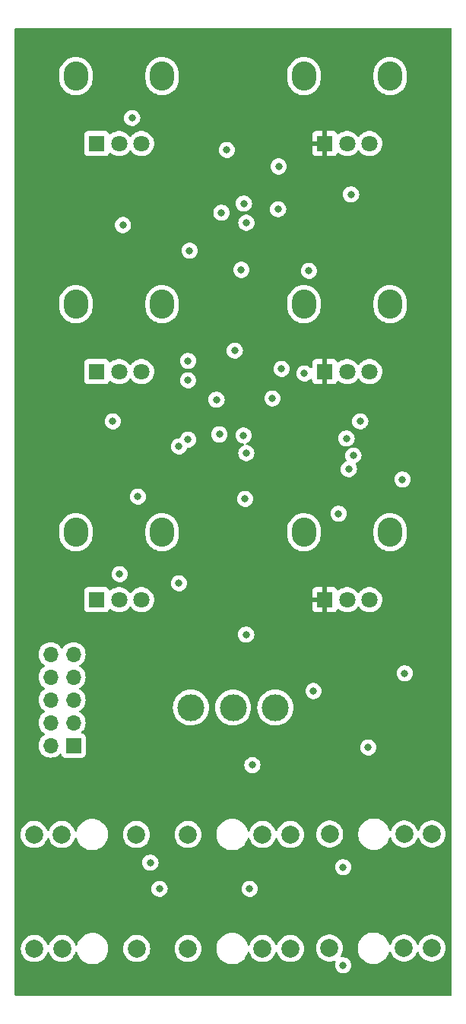
<source format=gbr>
%TF.GenerationSoftware,KiCad,Pcbnew,7.0.1*%
%TF.CreationDate,2024-08-14T21:14:32-04:00*%
%TF.ProjectId,attenuverter_mixer,61747465-6e75-4766-9572-7465725f6d69,rev?*%
%TF.SameCoordinates,Original*%
%TF.FileFunction,Copper,L3,Inr*%
%TF.FilePolarity,Positive*%
%FSLAX46Y46*%
G04 Gerber Fmt 4.6, Leading zero omitted, Abs format (unit mm)*
G04 Created by KiCad (PCBNEW 7.0.1) date 2024-08-14 21:14:32*
%MOMM*%
%LPD*%
G01*
G04 APERTURE LIST*
%TA.AperFunction,ComponentPad*%
%ADD10R,1.700000X1.700000*%
%TD*%
%TA.AperFunction,ComponentPad*%
%ADD11O,1.700000X1.700000*%
%TD*%
%TA.AperFunction,ComponentPad*%
%ADD12C,2.000000*%
%TD*%
%TA.AperFunction,ComponentPad*%
%ADD13O,2.720000X3.240000*%
%TD*%
%TA.AperFunction,ComponentPad*%
%ADD14R,1.800000X1.800000*%
%TD*%
%TA.AperFunction,ComponentPad*%
%ADD15C,1.800000*%
%TD*%
%TA.AperFunction,ComponentPad*%
%ADD16C,3.000000*%
%TD*%
%TA.AperFunction,ViaPad*%
%ADD17C,0.800000*%
%TD*%
G04 APERTURE END LIST*
D10*
%TO.N,/Power/V-_IN*%
%TO.C,J7*%
X118110000Y-125349000D03*
D11*
X115570000Y-125349000D03*
%TO.N,GND*%
X118110000Y-122809000D03*
X115570000Y-122809000D03*
X118110000Y-120269000D03*
X115570000Y-120269000D03*
X118110000Y-117729000D03*
X115570000Y-117729000D03*
%TO.N,/Power/V+_IN*%
X118110000Y-115189000D03*
X115570000Y-115189000D03*
%TD*%
D12*
%TO.N,GND*%
%TO.C,J5*%
X142268500Y-147955000D03*
%TO.N,Net-(J5-PadT)*%
X130868500Y-147955000D03*
%TO.N,att_2_out*%
X139168500Y-147955000D03*
%TD*%
D13*
%TO.N,*%
%TO.C,RV3*%
X118390000Y-101593000D03*
X127990000Y-101593000D03*
D14*
%TO.N,GND*%
X120690000Y-109093000D03*
D15*
%TO.N,Net-(U2C-+)*%
X123190000Y-109093000D03*
%TO.N,Net-(J3-PadT)*%
X125690000Y-109093000D03*
%TD*%
D12*
%TO.N,GND*%
%TO.C,J2*%
X142268500Y-135255000D03*
%TO.N,Net-(J2-PadT)*%
X130868500Y-135255000D03*
%TO.N,unconnected-(J2-PadTN)*%
X139168500Y-135255000D03*
%TD*%
D13*
%TO.N,*%
%TO.C,RV6*%
X143790000Y-101593000D03*
X153390000Y-101593000D03*
D14*
%TO.N,+12V*%
X146090000Y-109093000D03*
D15*
%TO.N,offset_3*%
X148590000Y-109093000D03*
%TO.N,-12V*%
X151090000Y-109093000D03*
%TD*%
D13*
%TO.N,*%
%TO.C,RV4*%
X143790000Y-50793000D03*
X153390000Y-50793000D03*
D14*
%TO.N,+12V*%
X146090000Y-58293000D03*
D15*
%TO.N,offset_1*%
X148590000Y-58293000D03*
%TO.N,-12V*%
X151090000Y-58293000D03*
%TD*%
D12*
%TO.N,GND*%
%TO.C,J6*%
X158016500Y-147910000D03*
%TO.N,Net-(J6-PadT)*%
X146616500Y-147910000D03*
%TO.N,unconnected-(J6-PadTN)*%
X154916500Y-147910000D03*
%TD*%
D13*
%TO.N,*%
%TO.C,RV2*%
X118390000Y-76193000D03*
X127990000Y-76193000D03*
D14*
%TO.N,GND*%
X120690000Y-83693000D03*
D15*
%TO.N,Net-(U1D-+)*%
X123190000Y-83693000D03*
%TO.N,Net-(J2-PadT)*%
X125690000Y-83693000D03*
%TD*%
D13*
%TO.N,*%
%TO.C,RV1*%
X118390000Y-50793000D03*
X127990000Y-50793000D03*
D14*
%TO.N,GND*%
X120690000Y-58293000D03*
D15*
%TO.N,Net-(U1B-+)*%
X123190000Y-58293000D03*
%TO.N,Net-(J1-PadT)*%
X125690000Y-58293000D03*
%TD*%
D13*
%TO.N,*%
%TO.C,RV5*%
X143790000Y-76193000D03*
X153390000Y-76193000D03*
D14*
%TO.N,+12V*%
X146090000Y-83693000D03*
D15*
%TO.N,offset_2*%
X148590000Y-83693000D03*
%TO.N,-12V*%
X151090000Y-83693000D03*
%TD*%
D12*
%TO.N,GND*%
%TO.C,J4*%
X113753500Y-147955000D03*
%TO.N,Net-(J4-PadT)*%
X125153500Y-147955000D03*
%TO.N,att_1_out*%
X116853500Y-147955000D03*
%TD*%
%TO.N,GND*%
%TO.C,J1*%
X113723500Y-135255000D03*
%TO.N,Net-(J1-PadT)*%
X125123500Y-135255000D03*
%TO.N,unconnected-(J1-PadTN)*%
X116823500Y-135255000D03*
%TD*%
%TO.N,GND*%
%TO.C,J3*%
X158046500Y-135210000D03*
%TO.N,Net-(J3-PadT)*%
X146646500Y-135210000D03*
%TO.N,unconnected-(J3-PadTN)*%
X154946500Y-135210000D03*
%TD*%
D16*
%TO.N,Net-(SW1-A)*%
%TO.C,SW1*%
X140590000Y-121113000D03*
%TO.N,Net-(SW1-B)*%
X135890000Y-121113000D03*
%TO.N,Net-(SW1-C)*%
X131190000Y-121113000D03*
%TD*%
D17*
%TO.N,+12V*%
X136837500Y-58883000D03*
X135567500Y-97872000D03*
%TO.N,GND*%
X137345500Y-112985000D03*
X137218500Y-97872000D03*
X134357054Y-90692554D03*
X134043500Y-86823000D03*
X134585339Y-65999713D03*
X137091500Y-64979000D03*
X137046922Y-90808668D03*
X138036500Y-127529790D03*
X137359779Y-92785613D03*
X135186500Y-59010000D03*
X136802000Y-72368989D03*
%TO.N,-12V*%
X150934500Y-125558000D03*
X130868500Y-82505000D03*
X130868500Y-91268000D03*
X140901500Y-65614000D03*
X130868500Y-84664000D03*
%TO.N,Net-(C5-Pad2)*%
X137726500Y-141306000D03*
X140960342Y-60846842D03*
%TO.N,Net-(J2-PadT)*%
X144330500Y-72472000D03*
X141282500Y-83394000D03*
%TO.N,Net-(J3-PadT)*%
X126677500Y-138385000D03*
X125280500Y-97618000D03*
%TO.N,Net-(SW1-A)*%
X140261841Y-86691341D03*
%TO.N,offset_1*%
X124645500Y-55454000D03*
X123623786Y-67386286D03*
%TO.N,offset_2*%
X149029500Y-63963000D03*
%TO.N,Net-(U1D-+)*%
X137366951Y-67127270D03*
X136075500Y-81362000D03*
%TO.N,att_1_out*%
X148140500Y-149815000D03*
X150045500Y-89236000D03*
%TO.N,att_2_out*%
X148521500Y-91141000D03*
%TO.N,att_3_out*%
X143822500Y-83902000D03*
X149283500Y-93046000D03*
%TO.N,Net-(C4-Pad2)*%
X131043659Y-70234159D03*
X127693500Y-141306000D03*
%TO.N,Net-(SW1-C)*%
X154998500Y-117303000D03*
X154744500Y-95713000D03*
%TO.N,offset_3*%
X123248500Y-106254000D03*
X122486500Y-89236000D03*
%TO.N,Net-(SW1-B)*%
X148775500Y-94570000D03*
X144838500Y-119286000D03*
%TO.N,Net-(C9-Pad2)*%
X147632500Y-99523000D03*
X148140500Y-138893000D03*
%TO.N,Net-(U2C-+)*%
X129852500Y-107270000D03*
X129852500Y-92030000D03*
%TD*%
%TA.AperFunction,Conductor*%
%TO.N,+12V*%
G36*
X160143500Y-45437613D02*
G01*
X160188887Y-45483000D01*
X160205500Y-45545000D01*
X160205500Y-153120000D01*
X160188887Y-153182000D01*
X160143500Y-153227387D01*
X160081500Y-153244000D01*
X111688500Y-153244000D01*
X111626500Y-153227387D01*
X111581113Y-153182000D01*
X111564500Y-153120000D01*
X111564500Y-147955000D01*
X112247856Y-147955000D01*
X112268391Y-148202816D01*
X112268391Y-148202819D01*
X112268392Y-148202821D01*
X112329437Y-148443881D01*
X112329438Y-148443883D01*
X112429325Y-148671604D01*
X112429327Y-148671607D01*
X112565336Y-148879785D01*
X112733756Y-149062738D01*
X112733759Y-149062740D01*
X112929985Y-149215470D01*
X112929987Y-149215471D01*
X112929991Y-149215474D01*
X113148690Y-149333828D01*
X113383886Y-149414571D01*
X113629165Y-149455500D01*
X113877835Y-149455500D01*
X114123114Y-149414571D01*
X114358310Y-149333828D01*
X114577009Y-149215474D01*
X114773244Y-149062738D01*
X114941664Y-148879785D01*
X115077673Y-148671607D01*
X115177563Y-148443881D01*
X115183294Y-148421246D01*
X115215097Y-148364735D01*
X115271077Y-148332002D01*
X115335923Y-148332002D01*
X115391903Y-148364735D01*
X115423705Y-148421246D01*
X115429437Y-148443881D01*
X115429438Y-148443883D01*
X115529325Y-148671604D01*
X115529327Y-148671607D01*
X115665336Y-148879785D01*
X115833756Y-149062738D01*
X115833759Y-149062740D01*
X116029985Y-149215470D01*
X116029987Y-149215471D01*
X116029991Y-149215474D01*
X116248690Y-149333828D01*
X116483886Y-149414571D01*
X116729165Y-149455500D01*
X116977835Y-149455500D01*
X117223114Y-149414571D01*
X117458310Y-149333828D01*
X117677009Y-149215474D01*
X117873244Y-149062738D01*
X118041664Y-148879785D01*
X118177673Y-148671607D01*
X118277563Y-148443881D01*
X118293014Y-148382863D01*
X118323930Y-148327263D01*
X118378352Y-148294310D01*
X118441952Y-148292682D01*
X118497989Y-148322808D01*
X118531710Y-148376757D01*
X118599437Y-148596323D01*
X118713272Y-148832704D01*
X118830391Y-149004485D01*
X118861071Y-149049485D01*
X119015087Y-149215474D01*
X119039519Y-149241805D01*
X119244643Y-149405386D01*
X119471857Y-149536568D01*
X119601426Y-149587420D01*
X119701621Y-149626744D01*
X119716084Y-149632420D01*
X119971870Y-149690802D01*
X120027908Y-149695001D01*
X120168001Y-149705500D01*
X120168006Y-149705500D01*
X120298994Y-149705500D01*
X120298999Y-149705500D01*
X120421579Y-149696313D01*
X120495130Y-149690802D01*
X120750916Y-149632420D01*
X120995143Y-149536568D01*
X121222357Y-149405386D01*
X121427481Y-149241805D01*
X121593629Y-149062740D01*
X121605928Y-149049485D01*
X121605929Y-149049482D01*
X121605933Y-149049479D01*
X121753728Y-148832704D01*
X121867563Y-148596323D01*
X121944896Y-148345615D01*
X121984000Y-148086182D01*
X121984000Y-147955000D01*
X123647856Y-147955000D01*
X123668391Y-148202816D01*
X123668391Y-148202819D01*
X123668392Y-148202821D01*
X123729437Y-148443881D01*
X123729438Y-148443883D01*
X123829325Y-148671604D01*
X123829327Y-148671607D01*
X123965336Y-148879785D01*
X124133756Y-149062738D01*
X124133759Y-149062740D01*
X124329985Y-149215470D01*
X124329987Y-149215471D01*
X124329991Y-149215474D01*
X124548690Y-149333828D01*
X124783886Y-149414571D01*
X125029165Y-149455500D01*
X125277835Y-149455500D01*
X125523114Y-149414571D01*
X125758310Y-149333828D01*
X125977009Y-149215474D01*
X126173244Y-149062738D01*
X126341664Y-148879785D01*
X126477673Y-148671607D01*
X126577563Y-148443881D01*
X126638608Y-148202821D01*
X126659143Y-147955000D01*
X129362856Y-147955000D01*
X129383391Y-148202816D01*
X129383391Y-148202819D01*
X129383392Y-148202821D01*
X129444437Y-148443881D01*
X129444438Y-148443883D01*
X129544325Y-148671604D01*
X129544327Y-148671607D01*
X129680336Y-148879785D01*
X129848756Y-149062738D01*
X129848759Y-149062740D01*
X130044985Y-149215470D01*
X130044987Y-149215471D01*
X130044991Y-149215474D01*
X130263690Y-149333828D01*
X130498886Y-149414571D01*
X130744165Y-149455500D01*
X130992835Y-149455500D01*
X131238114Y-149414571D01*
X131473310Y-149333828D01*
X131692009Y-149215474D01*
X131888244Y-149062738D01*
X132056664Y-148879785D01*
X132192673Y-148671607D01*
X132292563Y-148443881D01*
X132353608Y-148202821D01*
X132363273Y-148086182D01*
X134038000Y-148086182D01*
X134077104Y-148345615D01*
X134154437Y-148596323D01*
X134268272Y-148832704D01*
X134385391Y-149004485D01*
X134416071Y-149049485D01*
X134570087Y-149215474D01*
X134594519Y-149241805D01*
X134799643Y-149405386D01*
X135026857Y-149536568D01*
X135156426Y-149587420D01*
X135256621Y-149626744D01*
X135271084Y-149632420D01*
X135526870Y-149690802D01*
X135582908Y-149695001D01*
X135723001Y-149705500D01*
X135723006Y-149705500D01*
X135853994Y-149705500D01*
X135853999Y-149705500D01*
X135976579Y-149696313D01*
X136050130Y-149690802D01*
X136305916Y-149632420D01*
X136550143Y-149536568D01*
X136777357Y-149405386D01*
X136982481Y-149241805D01*
X137148629Y-149062740D01*
X137160928Y-149049485D01*
X137160929Y-149049482D01*
X137160933Y-149049479D01*
X137308728Y-148832704D01*
X137422563Y-148596323D01*
X137490290Y-148376755D01*
X137524010Y-148322808D01*
X137580046Y-148292682D01*
X137643646Y-148294310D01*
X137698068Y-148327262D01*
X137728985Y-148382866D01*
X137744436Y-148443878D01*
X137744437Y-148443881D01*
X137744438Y-148443883D01*
X137844325Y-148671604D01*
X137844327Y-148671607D01*
X137980336Y-148879785D01*
X138148756Y-149062738D01*
X138148759Y-149062740D01*
X138344985Y-149215470D01*
X138344987Y-149215471D01*
X138344991Y-149215474D01*
X138563690Y-149333828D01*
X138798886Y-149414571D01*
X139044165Y-149455500D01*
X139292835Y-149455500D01*
X139538114Y-149414571D01*
X139773310Y-149333828D01*
X139992009Y-149215474D01*
X140188244Y-149062738D01*
X140356664Y-148879785D01*
X140492673Y-148671607D01*
X140592563Y-148443881D01*
X140598294Y-148421246D01*
X140630097Y-148364735D01*
X140686077Y-148332002D01*
X140750923Y-148332002D01*
X140806903Y-148364735D01*
X140838705Y-148421246D01*
X140844437Y-148443881D01*
X140844438Y-148443883D01*
X140944325Y-148671604D01*
X140944327Y-148671607D01*
X141080336Y-148879785D01*
X141248756Y-149062738D01*
X141248759Y-149062740D01*
X141444985Y-149215470D01*
X141444987Y-149215471D01*
X141444991Y-149215474D01*
X141663690Y-149333828D01*
X141898886Y-149414571D01*
X142144165Y-149455500D01*
X142392835Y-149455500D01*
X142638114Y-149414571D01*
X142873310Y-149333828D01*
X143092009Y-149215474D01*
X143288244Y-149062738D01*
X143456664Y-148879785D01*
X143592673Y-148671607D01*
X143692563Y-148443881D01*
X143753608Y-148202821D01*
X143774143Y-147955000D01*
X143770414Y-147910000D01*
X145110856Y-147910000D01*
X145131391Y-148157816D01*
X145131391Y-148157819D01*
X145131392Y-148157821D01*
X145192437Y-148398881D01*
X145212177Y-148443883D01*
X145292325Y-148626604D01*
X145292327Y-148626607D01*
X145428336Y-148834785D01*
X145596756Y-149017738D01*
X145596759Y-149017740D01*
X145792985Y-149170470D01*
X145792987Y-149170471D01*
X145792991Y-149170474D01*
X146011690Y-149288828D01*
X146246886Y-149369571D01*
X146492165Y-149410500D01*
X146740835Y-149410500D01*
X146986114Y-149369571D01*
X147147654Y-149314113D01*
X147215366Y-149310471D01*
X147274870Y-149342992D01*
X147308370Y-149401949D01*
X147305848Y-149469713D01*
X147254826Y-149626742D01*
X147235040Y-149815000D01*
X147254826Y-150003257D01*
X147313320Y-150183284D01*
X147407966Y-150347216D01*
X147534629Y-150487889D01*
X147687769Y-150599151D01*
X147860697Y-150676144D01*
X148045852Y-150715500D01*
X148045854Y-150715500D01*
X148235146Y-150715500D01*
X148235148Y-150715500D01*
X148358584Y-150689262D01*
X148420303Y-150676144D01*
X148593230Y-150599151D01*
X148746371Y-150487888D01*
X148873033Y-150347216D01*
X148967679Y-150183284D01*
X149026174Y-150003256D01*
X149045960Y-149815000D01*
X149026174Y-149626744D01*
X148995832Y-149533363D01*
X148967679Y-149446715D01*
X148873033Y-149282783D01*
X148746370Y-149142110D01*
X148593230Y-149030848D01*
X148420302Y-148953855D01*
X148235148Y-148914500D01*
X148235146Y-148914500D01*
X148045854Y-148914500D01*
X147999254Y-148924405D01*
X147941313Y-148922871D01*
X147890400Y-148895172D01*
X147857636Y-148847359D01*
X147850182Y-148789880D01*
X147869666Y-148735292D01*
X147940672Y-148626608D01*
X147940673Y-148626607D01*
X148040563Y-148398881D01*
X148101608Y-148157821D01*
X148111273Y-148041182D01*
X149786000Y-148041182D01*
X149825104Y-148300615D01*
X149902437Y-148551323D01*
X150016272Y-148787704D01*
X150129552Y-148953855D01*
X150164071Y-149004485D01*
X150318087Y-149170474D01*
X150342519Y-149196805D01*
X150547643Y-149360386D01*
X150774857Y-149491568D01*
X151019084Y-149587420D01*
X151274870Y-149645802D01*
X151330908Y-149650001D01*
X151471001Y-149660500D01*
X151471006Y-149660500D01*
X151601994Y-149660500D01*
X151601999Y-149660500D01*
X151724578Y-149651313D01*
X151798130Y-149645802D01*
X152053916Y-149587420D01*
X152298143Y-149491568D01*
X152525357Y-149360386D01*
X152730481Y-149196805D01*
X152867179Y-149049479D01*
X152908928Y-149004485D01*
X152908929Y-149004482D01*
X152908933Y-149004479D01*
X153056728Y-148787704D01*
X153170563Y-148551323D01*
X153238290Y-148331755D01*
X153272010Y-148277808D01*
X153328046Y-148247682D01*
X153391646Y-148249310D01*
X153446068Y-148282262D01*
X153476985Y-148337866D01*
X153492436Y-148398878D01*
X153492437Y-148398881D01*
X153502248Y-148421248D01*
X153592325Y-148626604D01*
X153592327Y-148626607D01*
X153728336Y-148834785D01*
X153896756Y-149017738D01*
X153896759Y-149017740D01*
X154092985Y-149170470D01*
X154092987Y-149170471D01*
X154092991Y-149170474D01*
X154311690Y-149288828D01*
X154546886Y-149369571D01*
X154792165Y-149410500D01*
X155040835Y-149410500D01*
X155286114Y-149369571D01*
X155521310Y-149288828D01*
X155740009Y-149170474D01*
X155936244Y-149017738D01*
X156104664Y-148834785D01*
X156240673Y-148626607D01*
X156340563Y-148398881D01*
X156346294Y-148376246D01*
X156378097Y-148319735D01*
X156434077Y-148287002D01*
X156498923Y-148287002D01*
X156554903Y-148319735D01*
X156586705Y-148376246D01*
X156592437Y-148398881D01*
X156612177Y-148443883D01*
X156692325Y-148626604D01*
X156692327Y-148626607D01*
X156828336Y-148834785D01*
X156996756Y-149017738D01*
X156996759Y-149017740D01*
X157192985Y-149170470D01*
X157192987Y-149170471D01*
X157192991Y-149170474D01*
X157411690Y-149288828D01*
X157646886Y-149369571D01*
X157892165Y-149410500D01*
X158140835Y-149410500D01*
X158386114Y-149369571D01*
X158621310Y-149288828D01*
X158840009Y-149170474D01*
X159036244Y-149017738D01*
X159204664Y-148834785D01*
X159340673Y-148626607D01*
X159440563Y-148398881D01*
X159501608Y-148157821D01*
X159522143Y-147910000D01*
X159501608Y-147662179D01*
X159440563Y-147421119D01*
X159340673Y-147193393D01*
X159204664Y-146985215D01*
X159036244Y-146802262D01*
X159014112Y-146785036D01*
X158840014Y-146649529D01*
X158840010Y-146649526D01*
X158840009Y-146649526D01*
X158621310Y-146531172D01*
X158621306Y-146531170D01*
X158621305Y-146531170D01*
X158386115Y-146450429D01*
X158140835Y-146409500D01*
X157892165Y-146409500D01*
X157646884Y-146450429D01*
X157411694Y-146531170D01*
X157192985Y-146649529D01*
X156996759Y-146802259D01*
X156996756Y-146802261D01*
X156996756Y-146802262D01*
X156955331Y-146847262D01*
X156828337Y-146985214D01*
X156692325Y-147193395D01*
X156592436Y-147421121D01*
X156586705Y-147443752D01*
X156554903Y-147500265D01*
X156498923Y-147532997D01*
X156434077Y-147532997D01*
X156378097Y-147500265D01*
X156346295Y-147443752D01*
X156343401Y-147432328D01*
X156340563Y-147421119D01*
X156240673Y-147193393D01*
X156104664Y-146985215D01*
X155936244Y-146802262D01*
X155914112Y-146785036D01*
X155740014Y-146649529D01*
X155740010Y-146649526D01*
X155740009Y-146649526D01*
X155521310Y-146531172D01*
X155521306Y-146531170D01*
X155521305Y-146531170D01*
X155286115Y-146450429D01*
X155040835Y-146409500D01*
X154792165Y-146409500D01*
X154546884Y-146450429D01*
X154311694Y-146531170D01*
X154092985Y-146649529D01*
X153896759Y-146802259D01*
X153896756Y-146802261D01*
X153896756Y-146802262D01*
X153855331Y-146847262D01*
X153728337Y-146985214D01*
X153592325Y-147193395D01*
X153492436Y-147421120D01*
X153476985Y-147482134D01*
X153446068Y-147537737D01*
X153391646Y-147570689D01*
X153328046Y-147572317D01*
X153272010Y-147542191D01*
X153238289Y-147488241D01*
X153236405Y-147482134D01*
X153170563Y-147268677D01*
X153056728Y-147032296D01*
X152908933Y-146815521D01*
X152908932Y-146815520D01*
X152908928Y-146815514D01*
X152730484Y-146623198D01*
X152730483Y-146623197D01*
X152730481Y-146623195D01*
X152525357Y-146459614D01*
X152525356Y-146459613D01*
X152298141Y-146328431D01*
X152053918Y-146232580D01*
X151798127Y-146174197D01*
X151601999Y-146159500D01*
X151601994Y-146159500D01*
X151471006Y-146159500D01*
X151471001Y-146159500D01*
X151274872Y-146174197D01*
X151019081Y-146232580D01*
X150774858Y-146328431D01*
X150547643Y-146459613D01*
X150342515Y-146623198D01*
X150164071Y-146815514D01*
X150142428Y-146847259D01*
X150016272Y-147032296D01*
X149902437Y-147268677D01*
X149825104Y-147519385D01*
X149786000Y-147778818D01*
X149786000Y-148041182D01*
X148111273Y-148041182D01*
X148122143Y-147910000D01*
X148101608Y-147662179D01*
X148040563Y-147421119D01*
X147940673Y-147193393D01*
X147804664Y-146985215D01*
X147636244Y-146802262D01*
X147614112Y-146785036D01*
X147440014Y-146649529D01*
X147440010Y-146649526D01*
X147440009Y-146649526D01*
X147221310Y-146531172D01*
X147221306Y-146531170D01*
X147221305Y-146531170D01*
X146986115Y-146450429D01*
X146740835Y-146409500D01*
X146492165Y-146409500D01*
X146246884Y-146450429D01*
X146011694Y-146531170D01*
X145792985Y-146649529D01*
X145596759Y-146802259D01*
X145596756Y-146802261D01*
X145596756Y-146802262D01*
X145555331Y-146847262D01*
X145428337Y-146985214D01*
X145292325Y-147193395D01*
X145239565Y-147313677D01*
X145192437Y-147421119D01*
X145162905Y-147537737D01*
X145131391Y-147662183D01*
X145110856Y-147910000D01*
X143770414Y-147910000D01*
X143753608Y-147707179D01*
X143692563Y-147466119D01*
X143592673Y-147238393D01*
X143456664Y-147030215D01*
X143288244Y-146847262D01*
X143230424Y-146802259D01*
X143092014Y-146694529D01*
X143092010Y-146694526D01*
X143092009Y-146694526D01*
X142873310Y-146576172D01*
X142873306Y-146576170D01*
X142873305Y-146576170D01*
X142638115Y-146495429D01*
X142392835Y-146454500D01*
X142144165Y-146454500D01*
X141898884Y-146495429D01*
X141663694Y-146576170D01*
X141444985Y-146694529D01*
X141248759Y-146847259D01*
X141248756Y-146847261D01*
X141248756Y-146847262D01*
X141080336Y-147030215D01*
X141078975Y-147032298D01*
X140944325Y-147238395D01*
X140844436Y-147466121D01*
X140838705Y-147488752D01*
X140806903Y-147545265D01*
X140750923Y-147577997D01*
X140686077Y-147577997D01*
X140630097Y-147545265D01*
X140598295Y-147488752D01*
X140595401Y-147477328D01*
X140592563Y-147466119D01*
X140492673Y-147238393D01*
X140356664Y-147030215D01*
X140188244Y-146847262D01*
X140130424Y-146802259D01*
X139992014Y-146694529D01*
X139992010Y-146694526D01*
X139992009Y-146694526D01*
X139773310Y-146576172D01*
X139773306Y-146576170D01*
X139773305Y-146576170D01*
X139538115Y-146495429D01*
X139292835Y-146454500D01*
X139044165Y-146454500D01*
X138798884Y-146495429D01*
X138563694Y-146576170D01*
X138344985Y-146694529D01*
X138148759Y-146847259D01*
X138148756Y-146847261D01*
X138148756Y-146847262D01*
X137980336Y-147030215D01*
X137978975Y-147032298D01*
X137844325Y-147238395D01*
X137744436Y-147466120D01*
X137728985Y-147527134D01*
X137698068Y-147582737D01*
X137643646Y-147615689D01*
X137580046Y-147617317D01*
X137524010Y-147587191D01*
X137490289Y-147533241D01*
X137488405Y-147527134D01*
X137422563Y-147313677D01*
X137308728Y-147077296D01*
X137160933Y-146860521D01*
X137160932Y-146860520D01*
X137160928Y-146860514D01*
X136982484Y-146668198D01*
X136982483Y-146668197D01*
X136982481Y-146668195D01*
X136777357Y-146504614D01*
X136777356Y-146504613D01*
X136550141Y-146373431D01*
X136305918Y-146277580D01*
X136050127Y-146219197D01*
X135853999Y-146204500D01*
X135853994Y-146204500D01*
X135723006Y-146204500D01*
X135723001Y-146204500D01*
X135526872Y-146219197D01*
X135271081Y-146277580D01*
X135026858Y-146373431D01*
X134799643Y-146504613D01*
X134594515Y-146668198D01*
X134416071Y-146860514D01*
X134331052Y-146985215D01*
X134268272Y-147077296D01*
X134154437Y-147313677D01*
X134077104Y-147564385D01*
X134038000Y-147823818D01*
X134038000Y-148086182D01*
X132363273Y-148086182D01*
X132374143Y-147955000D01*
X132353608Y-147707179D01*
X132292563Y-147466119D01*
X132192673Y-147238393D01*
X132056664Y-147030215D01*
X131888244Y-146847262D01*
X131830424Y-146802259D01*
X131692014Y-146694529D01*
X131692010Y-146694526D01*
X131692009Y-146694526D01*
X131473310Y-146576172D01*
X131473306Y-146576170D01*
X131473305Y-146576170D01*
X131238115Y-146495429D01*
X130992835Y-146454500D01*
X130744165Y-146454500D01*
X130498884Y-146495429D01*
X130263694Y-146576170D01*
X130044985Y-146694529D01*
X129848759Y-146847259D01*
X129848756Y-146847261D01*
X129848756Y-146847262D01*
X129680336Y-147030215D01*
X129678975Y-147032298D01*
X129544325Y-147238395D01*
X129464177Y-147421117D01*
X129444437Y-147466119D01*
X129414905Y-147582737D01*
X129383391Y-147707183D01*
X129362856Y-147955000D01*
X126659143Y-147955000D01*
X126638608Y-147707179D01*
X126577563Y-147466119D01*
X126477673Y-147238393D01*
X126341664Y-147030215D01*
X126173244Y-146847262D01*
X126115424Y-146802259D01*
X125977014Y-146694529D01*
X125977010Y-146694526D01*
X125977009Y-146694526D01*
X125758310Y-146576172D01*
X125758306Y-146576170D01*
X125758305Y-146576170D01*
X125523115Y-146495429D01*
X125277835Y-146454500D01*
X125029165Y-146454500D01*
X124783884Y-146495429D01*
X124548694Y-146576170D01*
X124329985Y-146694529D01*
X124133759Y-146847259D01*
X124133756Y-146847261D01*
X124133756Y-146847262D01*
X123965336Y-147030215D01*
X123963975Y-147032298D01*
X123829325Y-147238395D01*
X123749177Y-147421117D01*
X123729437Y-147466119D01*
X123699905Y-147582737D01*
X123668391Y-147707183D01*
X123647856Y-147955000D01*
X121984000Y-147955000D01*
X121984000Y-147823818D01*
X121944896Y-147564385D01*
X121867563Y-147313677D01*
X121753728Y-147077296D01*
X121605933Y-146860521D01*
X121605932Y-146860520D01*
X121605928Y-146860514D01*
X121427484Y-146668198D01*
X121427483Y-146668197D01*
X121427481Y-146668195D01*
X121222357Y-146504614D01*
X121222356Y-146504613D01*
X120995141Y-146373431D01*
X120750918Y-146277580D01*
X120495127Y-146219197D01*
X120298999Y-146204500D01*
X120298994Y-146204500D01*
X120168006Y-146204500D01*
X120168001Y-146204500D01*
X119971872Y-146219197D01*
X119716081Y-146277580D01*
X119471858Y-146373431D01*
X119244643Y-146504613D01*
X119039515Y-146668198D01*
X118861071Y-146860514D01*
X118713271Y-147077298D01*
X118599437Y-147313677D01*
X118531710Y-147533242D01*
X118497989Y-147587191D01*
X118441952Y-147617317D01*
X118378352Y-147615689D01*
X118323930Y-147582736D01*
X118293014Y-147527134D01*
X118277563Y-147466119D01*
X118177673Y-147238393D01*
X118041664Y-147030215D01*
X117873244Y-146847262D01*
X117815424Y-146802259D01*
X117677014Y-146694529D01*
X117677010Y-146694526D01*
X117677009Y-146694526D01*
X117458310Y-146576172D01*
X117458306Y-146576170D01*
X117458305Y-146576170D01*
X117223115Y-146495429D01*
X116977835Y-146454500D01*
X116729165Y-146454500D01*
X116483884Y-146495429D01*
X116248694Y-146576170D01*
X116029985Y-146694529D01*
X115833759Y-146847259D01*
X115833756Y-146847261D01*
X115833756Y-146847262D01*
X115665336Y-147030215D01*
X115663975Y-147032298D01*
X115529325Y-147238395D01*
X115429436Y-147466121D01*
X115423705Y-147488752D01*
X115391903Y-147545265D01*
X115335923Y-147577997D01*
X115271077Y-147577997D01*
X115215097Y-147545265D01*
X115183295Y-147488752D01*
X115180401Y-147477328D01*
X115177563Y-147466119D01*
X115077673Y-147238393D01*
X114941664Y-147030215D01*
X114773244Y-146847262D01*
X114715424Y-146802259D01*
X114577014Y-146694529D01*
X114577010Y-146694526D01*
X114577009Y-146694526D01*
X114358310Y-146576172D01*
X114358306Y-146576170D01*
X114358305Y-146576170D01*
X114123115Y-146495429D01*
X113877835Y-146454500D01*
X113629165Y-146454500D01*
X113383884Y-146495429D01*
X113148694Y-146576170D01*
X112929985Y-146694529D01*
X112733759Y-146847259D01*
X112733756Y-146847261D01*
X112733756Y-146847262D01*
X112565336Y-147030215D01*
X112563975Y-147032298D01*
X112429325Y-147238395D01*
X112349177Y-147421117D01*
X112329437Y-147466119D01*
X112299905Y-147582737D01*
X112268391Y-147707183D01*
X112247856Y-147955000D01*
X111564500Y-147955000D01*
X111564500Y-141306000D01*
X126788040Y-141306000D01*
X126807826Y-141494257D01*
X126866320Y-141674284D01*
X126960966Y-141838216D01*
X127087629Y-141978889D01*
X127240769Y-142090151D01*
X127413697Y-142167144D01*
X127598852Y-142206500D01*
X127598854Y-142206500D01*
X127788146Y-142206500D01*
X127788148Y-142206500D01*
X127911584Y-142180262D01*
X127973303Y-142167144D01*
X128146230Y-142090151D01*
X128299371Y-141978888D01*
X128426033Y-141838216D01*
X128520679Y-141674284D01*
X128579174Y-141494256D01*
X128598960Y-141306000D01*
X136821040Y-141306000D01*
X136840826Y-141494257D01*
X136899320Y-141674284D01*
X136993966Y-141838216D01*
X137120629Y-141978889D01*
X137273769Y-142090151D01*
X137446697Y-142167144D01*
X137631852Y-142206500D01*
X137631854Y-142206500D01*
X137821146Y-142206500D01*
X137821148Y-142206500D01*
X137944584Y-142180262D01*
X138006303Y-142167144D01*
X138179230Y-142090151D01*
X138332371Y-141978888D01*
X138459033Y-141838216D01*
X138553679Y-141674284D01*
X138612174Y-141494256D01*
X138631960Y-141306000D01*
X138612174Y-141117744D01*
X138553679Y-140937716D01*
X138553679Y-140937715D01*
X138459033Y-140773783D01*
X138332370Y-140633110D01*
X138179230Y-140521848D01*
X138006302Y-140444855D01*
X137821148Y-140405500D01*
X137821146Y-140405500D01*
X137631854Y-140405500D01*
X137631852Y-140405500D01*
X137446697Y-140444855D01*
X137273769Y-140521848D01*
X137120629Y-140633110D01*
X136993966Y-140773783D01*
X136899320Y-140937715D01*
X136840826Y-141117742D01*
X136821040Y-141306000D01*
X128598960Y-141306000D01*
X128579174Y-141117744D01*
X128520679Y-140937716D01*
X128520679Y-140937715D01*
X128426033Y-140773783D01*
X128299370Y-140633110D01*
X128146230Y-140521848D01*
X127973302Y-140444855D01*
X127788148Y-140405500D01*
X127788146Y-140405500D01*
X127598854Y-140405500D01*
X127598852Y-140405500D01*
X127413697Y-140444855D01*
X127240769Y-140521848D01*
X127087629Y-140633110D01*
X126960966Y-140773783D01*
X126866320Y-140937715D01*
X126807826Y-141117742D01*
X126788040Y-141306000D01*
X111564500Y-141306000D01*
X111564500Y-138385000D01*
X125772040Y-138385000D01*
X125791826Y-138573257D01*
X125850320Y-138753284D01*
X125944966Y-138917216D01*
X126071629Y-139057889D01*
X126224769Y-139169151D01*
X126397697Y-139246144D01*
X126582852Y-139285500D01*
X126582854Y-139285500D01*
X126772146Y-139285500D01*
X126772148Y-139285500D01*
X126895583Y-139259262D01*
X126957303Y-139246144D01*
X127130230Y-139169151D01*
X127283371Y-139057888D01*
X127410033Y-138917216D01*
X127424014Y-138893000D01*
X147235040Y-138893000D01*
X147254826Y-139081257D01*
X147313320Y-139261284D01*
X147407966Y-139425216D01*
X147534629Y-139565889D01*
X147687769Y-139677151D01*
X147860697Y-139754144D01*
X148045852Y-139793500D01*
X148045854Y-139793500D01*
X148235146Y-139793500D01*
X148235148Y-139793500D01*
X148358583Y-139767262D01*
X148420303Y-139754144D01*
X148593230Y-139677151D01*
X148746371Y-139565888D01*
X148873033Y-139425216D01*
X148967679Y-139261284D01*
X149026174Y-139081256D01*
X149045960Y-138893000D01*
X149026174Y-138704744D01*
X148967679Y-138524716D01*
X148967679Y-138524715D01*
X148873033Y-138360783D01*
X148746370Y-138220110D01*
X148593230Y-138108848D01*
X148420302Y-138031855D01*
X148235148Y-137992500D01*
X148235146Y-137992500D01*
X148045854Y-137992500D01*
X148045852Y-137992500D01*
X147860697Y-138031855D01*
X147687769Y-138108848D01*
X147534629Y-138220110D01*
X147407966Y-138360783D01*
X147313320Y-138524715D01*
X147254826Y-138704742D01*
X147235040Y-138893000D01*
X127424014Y-138893000D01*
X127504679Y-138753284D01*
X127563174Y-138573256D01*
X127582960Y-138385000D01*
X127563174Y-138196744D01*
X127532832Y-138103363D01*
X127504679Y-138016715D01*
X127410033Y-137852783D01*
X127283370Y-137712110D01*
X127130230Y-137600848D01*
X126957302Y-137523855D01*
X126772148Y-137484500D01*
X126772146Y-137484500D01*
X126582854Y-137484500D01*
X126582852Y-137484500D01*
X126397697Y-137523855D01*
X126224769Y-137600848D01*
X126071629Y-137712110D01*
X125944966Y-137852783D01*
X125850320Y-138016715D01*
X125791826Y-138196742D01*
X125772040Y-138385000D01*
X111564500Y-138385000D01*
X111564500Y-135255000D01*
X112217856Y-135255000D01*
X112238391Y-135502816D01*
X112238391Y-135502819D01*
X112238392Y-135502821D01*
X112299437Y-135743881D01*
X112299438Y-135743883D01*
X112399325Y-135971604D01*
X112399327Y-135971607D01*
X112535336Y-136179785D01*
X112703756Y-136362738D01*
X112703759Y-136362740D01*
X112899985Y-136515470D01*
X112899987Y-136515471D01*
X112899991Y-136515474D01*
X113118690Y-136633828D01*
X113353886Y-136714571D01*
X113599165Y-136755500D01*
X113847835Y-136755500D01*
X114093114Y-136714571D01*
X114328310Y-136633828D01*
X114547009Y-136515474D01*
X114743244Y-136362738D01*
X114911664Y-136179785D01*
X115047673Y-135971607D01*
X115147563Y-135743881D01*
X115153294Y-135721246D01*
X115185097Y-135664735D01*
X115241077Y-135632002D01*
X115305923Y-135632002D01*
X115361903Y-135664735D01*
X115393705Y-135721246D01*
X115399437Y-135743881D01*
X115399438Y-135743883D01*
X115499325Y-135971604D01*
X115499327Y-135971607D01*
X115635336Y-136179785D01*
X115803756Y-136362738D01*
X115803759Y-136362740D01*
X115999985Y-136515470D01*
X115999987Y-136515471D01*
X115999991Y-136515474D01*
X116218690Y-136633828D01*
X116453886Y-136714571D01*
X116699165Y-136755500D01*
X116947835Y-136755500D01*
X117193114Y-136714571D01*
X117428310Y-136633828D01*
X117647009Y-136515474D01*
X117843244Y-136362738D01*
X118011664Y-136179785D01*
X118147673Y-135971607D01*
X118247563Y-135743881D01*
X118263014Y-135682863D01*
X118293930Y-135627263D01*
X118348352Y-135594310D01*
X118411952Y-135592682D01*
X118467989Y-135622808D01*
X118501710Y-135676757D01*
X118569437Y-135896323D01*
X118683272Y-136132704D01*
X118800391Y-136304485D01*
X118831071Y-136349485D01*
X118985087Y-136515474D01*
X119009519Y-136541805D01*
X119214643Y-136705386D01*
X119441857Y-136836568D01*
X119686084Y-136932420D01*
X119941870Y-136990802D01*
X119997908Y-136995001D01*
X120138001Y-137005500D01*
X120138006Y-137005500D01*
X120268994Y-137005500D01*
X120268999Y-137005500D01*
X120391578Y-136996313D01*
X120465130Y-136990802D01*
X120720916Y-136932420D01*
X120965143Y-136836568D01*
X121192357Y-136705386D01*
X121397481Y-136541805D01*
X121563629Y-136362740D01*
X121575928Y-136349485D01*
X121575929Y-136349482D01*
X121575933Y-136349479D01*
X121723728Y-136132704D01*
X121837563Y-135896323D01*
X121914896Y-135645615D01*
X121954000Y-135386182D01*
X121954000Y-135254999D01*
X123617856Y-135254999D01*
X123638391Y-135502816D01*
X123638391Y-135502819D01*
X123638392Y-135502821D01*
X123699437Y-135743881D01*
X123699438Y-135743883D01*
X123799325Y-135971604D01*
X123799327Y-135971607D01*
X123935336Y-136179785D01*
X124103756Y-136362738D01*
X124103759Y-136362740D01*
X124299985Y-136515470D01*
X124299987Y-136515471D01*
X124299991Y-136515474D01*
X124518690Y-136633828D01*
X124753886Y-136714571D01*
X124999165Y-136755500D01*
X125247835Y-136755500D01*
X125493114Y-136714571D01*
X125728310Y-136633828D01*
X125947009Y-136515474D01*
X126143244Y-136362738D01*
X126311664Y-136179785D01*
X126447673Y-135971607D01*
X126547563Y-135743881D01*
X126608608Y-135502821D01*
X126629143Y-135255000D01*
X126629143Y-135254999D01*
X129362856Y-135254999D01*
X129383391Y-135502816D01*
X129383391Y-135502819D01*
X129383392Y-135502821D01*
X129444437Y-135743881D01*
X129444438Y-135743883D01*
X129544325Y-135971604D01*
X129544327Y-135971607D01*
X129680336Y-136179785D01*
X129848756Y-136362738D01*
X129848759Y-136362740D01*
X130044985Y-136515470D01*
X130044987Y-136515471D01*
X130044991Y-136515474D01*
X130263690Y-136633828D01*
X130498886Y-136714571D01*
X130744165Y-136755500D01*
X130992835Y-136755500D01*
X131238114Y-136714571D01*
X131473310Y-136633828D01*
X131692009Y-136515474D01*
X131888244Y-136362738D01*
X132056664Y-136179785D01*
X132192673Y-135971607D01*
X132292563Y-135743881D01*
X132353608Y-135502821D01*
X132363273Y-135386182D01*
X134038000Y-135386182D01*
X134077104Y-135645615D01*
X134154437Y-135896323D01*
X134268272Y-136132704D01*
X134385391Y-136304485D01*
X134416071Y-136349485D01*
X134570087Y-136515474D01*
X134594519Y-136541805D01*
X134799643Y-136705386D01*
X135026857Y-136836568D01*
X135271084Y-136932420D01*
X135526870Y-136990802D01*
X135582908Y-136995001D01*
X135723001Y-137005500D01*
X135723006Y-137005500D01*
X135853994Y-137005500D01*
X135853999Y-137005500D01*
X135976578Y-136996313D01*
X136050130Y-136990802D01*
X136305916Y-136932420D01*
X136550143Y-136836568D01*
X136777357Y-136705386D01*
X136982481Y-136541805D01*
X137148629Y-136362740D01*
X137160928Y-136349485D01*
X137160929Y-136349482D01*
X137160933Y-136349479D01*
X137308728Y-136132704D01*
X137422563Y-135896323D01*
X137490290Y-135676755D01*
X137524010Y-135622808D01*
X137580046Y-135592682D01*
X137643646Y-135594310D01*
X137698068Y-135627262D01*
X137728985Y-135682866D01*
X137744436Y-135743878D01*
X137744437Y-135743881D01*
X137744438Y-135743883D01*
X137844325Y-135971604D01*
X137844327Y-135971607D01*
X137980336Y-136179785D01*
X138148756Y-136362738D01*
X138148759Y-136362740D01*
X138344985Y-136515470D01*
X138344987Y-136515471D01*
X138344991Y-136515474D01*
X138563690Y-136633828D01*
X138798886Y-136714571D01*
X139044165Y-136755500D01*
X139292835Y-136755500D01*
X139538114Y-136714571D01*
X139773310Y-136633828D01*
X139992009Y-136515474D01*
X140188244Y-136362738D01*
X140356664Y-136179785D01*
X140492673Y-135971607D01*
X140592563Y-135743881D01*
X140598294Y-135721246D01*
X140630097Y-135664735D01*
X140686077Y-135632002D01*
X140750923Y-135632002D01*
X140806903Y-135664735D01*
X140838705Y-135721246D01*
X140844437Y-135743881D01*
X140844438Y-135743883D01*
X140944325Y-135971604D01*
X140944327Y-135971607D01*
X141080336Y-136179785D01*
X141248756Y-136362738D01*
X141248759Y-136362740D01*
X141444985Y-136515470D01*
X141444987Y-136515471D01*
X141444991Y-136515474D01*
X141663690Y-136633828D01*
X141898886Y-136714571D01*
X142144165Y-136755500D01*
X142392835Y-136755500D01*
X142638114Y-136714571D01*
X142873310Y-136633828D01*
X143092009Y-136515474D01*
X143288244Y-136362738D01*
X143456664Y-136179785D01*
X143592673Y-135971607D01*
X143692563Y-135743881D01*
X143753608Y-135502821D01*
X143774143Y-135255000D01*
X143770414Y-135210000D01*
X145140856Y-135210000D01*
X145161391Y-135457816D01*
X145161391Y-135457819D01*
X145161392Y-135457821D01*
X145222437Y-135698881D01*
X145242177Y-135743883D01*
X145322325Y-135926604D01*
X145322327Y-135926607D01*
X145458336Y-136134785D01*
X145626756Y-136317738D01*
X145626759Y-136317740D01*
X145822985Y-136470470D01*
X145822987Y-136470471D01*
X145822991Y-136470474D01*
X146041690Y-136588828D01*
X146276886Y-136669571D01*
X146522165Y-136710500D01*
X146770835Y-136710500D01*
X147016114Y-136669571D01*
X147251310Y-136588828D01*
X147470009Y-136470474D01*
X147666244Y-136317738D01*
X147834664Y-136134785D01*
X147970673Y-135926607D01*
X148070563Y-135698881D01*
X148131608Y-135457821D01*
X148141273Y-135341182D01*
X149816000Y-135341182D01*
X149855104Y-135600615D01*
X149932437Y-135851323D01*
X150046272Y-136087704D01*
X150109052Y-136179785D01*
X150194071Y-136304485D01*
X150348087Y-136470474D01*
X150372519Y-136496805D01*
X150577643Y-136660386D01*
X150804857Y-136791568D01*
X151049084Y-136887420D01*
X151304870Y-136945802D01*
X151360908Y-136950001D01*
X151501001Y-136960500D01*
X151501006Y-136960500D01*
X151631994Y-136960500D01*
X151631999Y-136960500D01*
X151754579Y-136951313D01*
X151828130Y-136945802D01*
X152083916Y-136887420D01*
X152328143Y-136791568D01*
X152555357Y-136660386D01*
X152760481Y-136496805D01*
X152926629Y-136317740D01*
X152938928Y-136304485D01*
X152938929Y-136304482D01*
X152938933Y-136304479D01*
X153086728Y-136087704D01*
X153200563Y-135851323D01*
X153268290Y-135631755D01*
X153302010Y-135577808D01*
X153358046Y-135547682D01*
X153421646Y-135549310D01*
X153476068Y-135582262D01*
X153506985Y-135637866D01*
X153522436Y-135698878D01*
X153522437Y-135698881D01*
X153532248Y-135721248D01*
X153622325Y-135926604D01*
X153622327Y-135926607D01*
X153758336Y-136134785D01*
X153926756Y-136317738D01*
X153926759Y-136317740D01*
X154122985Y-136470470D01*
X154122987Y-136470471D01*
X154122991Y-136470474D01*
X154341690Y-136588828D01*
X154576886Y-136669571D01*
X154822165Y-136710500D01*
X155070835Y-136710500D01*
X155316114Y-136669571D01*
X155551310Y-136588828D01*
X155770009Y-136470474D01*
X155966244Y-136317738D01*
X156134664Y-136134785D01*
X156270673Y-135926607D01*
X156370563Y-135698881D01*
X156376294Y-135676246D01*
X156408097Y-135619735D01*
X156464077Y-135587002D01*
X156528923Y-135587002D01*
X156584903Y-135619735D01*
X156616705Y-135676246D01*
X156622437Y-135698881D01*
X156642177Y-135743883D01*
X156722325Y-135926604D01*
X156722327Y-135926607D01*
X156858336Y-136134785D01*
X157026756Y-136317738D01*
X157026759Y-136317740D01*
X157222985Y-136470470D01*
X157222987Y-136470471D01*
X157222991Y-136470474D01*
X157441690Y-136588828D01*
X157676886Y-136669571D01*
X157922165Y-136710500D01*
X158170835Y-136710500D01*
X158416114Y-136669571D01*
X158651310Y-136588828D01*
X158870009Y-136470474D01*
X159066244Y-136317738D01*
X159234664Y-136134785D01*
X159370673Y-135926607D01*
X159470563Y-135698881D01*
X159531608Y-135457821D01*
X159552143Y-135210000D01*
X159531608Y-134962179D01*
X159470563Y-134721119D01*
X159370673Y-134493393D01*
X159234664Y-134285215D01*
X159066244Y-134102262D01*
X159044112Y-134085036D01*
X158870014Y-133949529D01*
X158870010Y-133949526D01*
X158870009Y-133949526D01*
X158651310Y-133831172D01*
X158651306Y-133831170D01*
X158651305Y-133831170D01*
X158416115Y-133750429D01*
X158170835Y-133709500D01*
X157922165Y-133709500D01*
X157676884Y-133750429D01*
X157441694Y-133831170D01*
X157222985Y-133949529D01*
X157026759Y-134102259D01*
X157026756Y-134102261D01*
X157026756Y-134102262D01*
X156985331Y-134147262D01*
X156858337Y-134285214D01*
X156722325Y-134493395D01*
X156622436Y-134721121D01*
X156616705Y-134743752D01*
X156584903Y-134800265D01*
X156528923Y-134832997D01*
X156464077Y-134832997D01*
X156408097Y-134800265D01*
X156376295Y-134743752D01*
X156373401Y-134732328D01*
X156370563Y-134721119D01*
X156270673Y-134493393D01*
X156134664Y-134285215D01*
X155966244Y-134102262D01*
X155944112Y-134085036D01*
X155770014Y-133949529D01*
X155770010Y-133949526D01*
X155770009Y-133949526D01*
X155551310Y-133831172D01*
X155551306Y-133831170D01*
X155551305Y-133831170D01*
X155316115Y-133750429D01*
X155070835Y-133709500D01*
X154822165Y-133709500D01*
X154576884Y-133750429D01*
X154341694Y-133831170D01*
X154122985Y-133949529D01*
X153926759Y-134102259D01*
X153926756Y-134102261D01*
X153926756Y-134102262D01*
X153885331Y-134147262D01*
X153758337Y-134285214D01*
X153622325Y-134493395D01*
X153522436Y-134721120D01*
X153506985Y-134782134D01*
X153476068Y-134837737D01*
X153421646Y-134870689D01*
X153358046Y-134872317D01*
X153302010Y-134842191D01*
X153268289Y-134788241D01*
X153266405Y-134782134D01*
X153200563Y-134568677D01*
X153086728Y-134332296D01*
X152938933Y-134115521D01*
X152938932Y-134115520D01*
X152938928Y-134115514D01*
X152760484Y-133923198D01*
X152760483Y-133923197D01*
X152760481Y-133923195D01*
X152555357Y-133759614D01*
X152555356Y-133759613D01*
X152328141Y-133628431D01*
X152083918Y-133532580D01*
X151828127Y-133474197D01*
X151631999Y-133459500D01*
X151631994Y-133459500D01*
X151501006Y-133459500D01*
X151501001Y-133459500D01*
X151304872Y-133474197D01*
X151049081Y-133532580D01*
X150804858Y-133628431D01*
X150577643Y-133759613D01*
X150372515Y-133923198D01*
X150194071Y-134115514D01*
X150172428Y-134147259D01*
X150046272Y-134332296D01*
X149932437Y-134568677D01*
X149855104Y-134819385D01*
X149816000Y-135078818D01*
X149816000Y-135341182D01*
X148141273Y-135341182D01*
X148152143Y-135210000D01*
X148131608Y-134962179D01*
X148070563Y-134721119D01*
X147970673Y-134493393D01*
X147834664Y-134285215D01*
X147666244Y-134102262D01*
X147644112Y-134085036D01*
X147470014Y-133949529D01*
X147470010Y-133949526D01*
X147470009Y-133949526D01*
X147251310Y-133831172D01*
X147251306Y-133831170D01*
X147251305Y-133831170D01*
X147016115Y-133750429D01*
X146770835Y-133709500D01*
X146522165Y-133709500D01*
X146276884Y-133750429D01*
X146041694Y-133831170D01*
X145822985Y-133949529D01*
X145626759Y-134102259D01*
X145626756Y-134102261D01*
X145626756Y-134102262D01*
X145585331Y-134147262D01*
X145458337Y-134285214D01*
X145322325Y-134493395D01*
X145269565Y-134613677D01*
X145222437Y-134721119D01*
X145192905Y-134837737D01*
X145161391Y-134962183D01*
X145140856Y-135210000D01*
X143770414Y-135210000D01*
X143753608Y-135007179D01*
X143692563Y-134766119D01*
X143592673Y-134538393D01*
X143456664Y-134330215D01*
X143288244Y-134147262D01*
X143230424Y-134102259D01*
X143092014Y-133994529D01*
X143092010Y-133994526D01*
X143092009Y-133994526D01*
X142873310Y-133876172D01*
X142873306Y-133876170D01*
X142873305Y-133876170D01*
X142638115Y-133795429D01*
X142392835Y-133754500D01*
X142144165Y-133754500D01*
X141898884Y-133795429D01*
X141663694Y-133876170D01*
X141444985Y-133994529D01*
X141248759Y-134147259D01*
X141248756Y-134147261D01*
X141248756Y-134147262D01*
X141080336Y-134330215D01*
X141078975Y-134332298D01*
X140944325Y-134538395D01*
X140844436Y-134766121D01*
X140838705Y-134788752D01*
X140806903Y-134845265D01*
X140750923Y-134877997D01*
X140686077Y-134877997D01*
X140630097Y-134845265D01*
X140598295Y-134788752D01*
X140595401Y-134777328D01*
X140592563Y-134766119D01*
X140492673Y-134538393D01*
X140356664Y-134330215D01*
X140188244Y-134147262D01*
X140130424Y-134102259D01*
X139992014Y-133994529D01*
X139992010Y-133994526D01*
X139992009Y-133994526D01*
X139773310Y-133876172D01*
X139773306Y-133876170D01*
X139773305Y-133876170D01*
X139538115Y-133795429D01*
X139292835Y-133754500D01*
X139044165Y-133754500D01*
X138798884Y-133795429D01*
X138563694Y-133876170D01*
X138344985Y-133994529D01*
X138148759Y-134147259D01*
X138148756Y-134147261D01*
X138148756Y-134147262D01*
X137980336Y-134330215D01*
X137978975Y-134332298D01*
X137844325Y-134538395D01*
X137744436Y-134766120D01*
X137728985Y-134827134D01*
X137698068Y-134882737D01*
X137643646Y-134915689D01*
X137580046Y-134917317D01*
X137524010Y-134887191D01*
X137490289Y-134833241D01*
X137488405Y-134827134D01*
X137422563Y-134613677D01*
X137308728Y-134377296D01*
X137160933Y-134160521D01*
X137160932Y-134160520D01*
X137160928Y-134160514D01*
X136982484Y-133968198D01*
X136982483Y-133968197D01*
X136982481Y-133968195D01*
X136777357Y-133804614D01*
X136777356Y-133804613D01*
X136550141Y-133673431D01*
X136305918Y-133577580D01*
X136050127Y-133519197D01*
X135853999Y-133504500D01*
X135853994Y-133504500D01*
X135723006Y-133504500D01*
X135723001Y-133504500D01*
X135526872Y-133519197D01*
X135271081Y-133577580D01*
X135026858Y-133673431D01*
X134799643Y-133804613D01*
X134594515Y-133968198D01*
X134416071Y-134160514D01*
X134331052Y-134285215D01*
X134268272Y-134377296D01*
X134154437Y-134613677D01*
X134077104Y-134864385D01*
X134038000Y-135123818D01*
X134038000Y-135386182D01*
X132363273Y-135386182D01*
X132374143Y-135255000D01*
X132353608Y-135007179D01*
X132292563Y-134766119D01*
X132192673Y-134538393D01*
X132056664Y-134330215D01*
X131888244Y-134147262D01*
X131830424Y-134102259D01*
X131692014Y-133994529D01*
X131692010Y-133994526D01*
X131692009Y-133994526D01*
X131473310Y-133876172D01*
X131473306Y-133876170D01*
X131473305Y-133876170D01*
X131238115Y-133795429D01*
X130992835Y-133754500D01*
X130744165Y-133754500D01*
X130498884Y-133795429D01*
X130263694Y-133876170D01*
X130044985Y-133994529D01*
X129848759Y-134147259D01*
X129848756Y-134147261D01*
X129848756Y-134147262D01*
X129680336Y-134330215D01*
X129678975Y-134332298D01*
X129544325Y-134538395D01*
X129464177Y-134721117D01*
X129444437Y-134766119D01*
X129414905Y-134882737D01*
X129383391Y-135007183D01*
X129362856Y-135254999D01*
X126629143Y-135254999D01*
X126608608Y-135007179D01*
X126547563Y-134766119D01*
X126447673Y-134538393D01*
X126311664Y-134330215D01*
X126143244Y-134147262D01*
X126085424Y-134102259D01*
X125947014Y-133994529D01*
X125947010Y-133994526D01*
X125947009Y-133994526D01*
X125728310Y-133876172D01*
X125728306Y-133876170D01*
X125728305Y-133876170D01*
X125493115Y-133795429D01*
X125247835Y-133754500D01*
X124999165Y-133754500D01*
X124753884Y-133795429D01*
X124518694Y-133876170D01*
X124299985Y-133994529D01*
X124103759Y-134147259D01*
X124103756Y-134147261D01*
X124103756Y-134147262D01*
X123935336Y-134330215D01*
X123933975Y-134332298D01*
X123799325Y-134538395D01*
X123719177Y-134721117D01*
X123699437Y-134766119D01*
X123669905Y-134882737D01*
X123638391Y-135007183D01*
X123617856Y-135254999D01*
X121954000Y-135254999D01*
X121954000Y-135123818D01*
X121914896Y-134864385D01*
X121837563Y-134613677D01*
X121723728Y-134377296D01*
X121575933Y-134160521D01*
X121575932Y-134160520D01*
X121575928Y-134160514D01*
X121397484Y-133968198D01*
X121397483Y-133968197D01*
X121397481Y-133968195D01*
X121192357Y-133804614D01*
X121192356Y-133804613D01*
X120965141Y-133673431D01*
X120720918Y-133577580D01*
X120465127Y-133519197D01*
X120268999Y-133504500D01*
X120268994Y-133504500D01*
X120138006Y-133504500D01*
X120138001Y-133504500D01*
X119941872Y-133519197D01*
X119686081Y-133577580D01*
X119441858Y-133673431D01*
X119214643Y-133804613D01*
X119009515Y-133968198D01*
X118831071Y-134160514D01*
X118683271Y-134377298D01*
X118569437Y-134613677D01*
X118501710Y-134833242D01*
X118467989Y-134887191D01*
X118411952Y-134917317D01*
X118348352Y-134915689D01*
X118293930Y-134882736D01*
X118263014Y-134827134D01*
X118247563Y-134766119D01*
X118147673Y-134538393D01*
X118011664Y-134330215D01*
X117843244Y-134147262D01*
X117785424Y-134102259D01*
X117647014Y-133994529D01*
X117647010Y-133994526D01*
X117647009Y-133994526D01*
X117428310Y-133876172D01*
X117428306Y-133876170D01*
X117428305Y-133876170D01*
X117193115Y-133795429D01*
X116947835Y-133754500D01*
X116699165Y-133754500D01*
X116453884Y-133795429D01*
X116218694Y-133876170D01*
X115999985Y-133994529D01*
X115803759Y-134147259D01*
X115803756Y-134147261D01*
X115803756Y-134147262D01*
X115635336Y-134330215D01*
X115633975Y-134332298D01*
X115499325Y-134538395D01*
X115399436Y-134766121D01*
X115393705Y-134788752D01*
X115361903Y-134845265D01*
X115305923Y-134877997D01*
X115241077Y-134877997D01*
X115185097Y-134845265D01*
X115153295Y-134788752D01*
X115150401Y-134777328D01*
X115147563Y-134766119D01*
X115047673Y-134538393D01*
X114911664Y-134330215D01*
X114743244Y-134147262D01*
X114685424Y-134102259D01*
X114547014Y-133994529D01*
X114547010Y-133994526D01*
X114547009Y-133994526D01*
X114328310Y-133876172D01*
X114328306Y-133876170D01*
X114328305Y-133876170D01*
X114093115Y-133795429D01*
X113847835Y-133754500D01*
X113599165Y-133754500D01*
X113353884Y-133795429D01*
X113118694Y-133876170D01*
X112899985Y-133994529D01*
X112703759Y-134147259D01*
X112703756Y-134147261D01*
X112703756Y-134147262D01*
X112535336Y-134330215D01*
X112533975Y-134332298D01*
X112399325Y-134538395D01*
X112319177Y-134721117D01*
X112299437Y-134766119D01*
X112269905Y-134882737D01*
X112238391Y-135007183D01*
X112217856Y-135255000D01*
X111564500Y-135255000D01*
X111564500Y-127529789D01*
X137131040Y-127529789D01*
X137150826Y-127718047D01*
X137209320Y-127898074D01*
X137303966Y-128062006D01*
X137430629Y-128202679D01*
X137583769Y-128313941D01*
X137756697Y-128390934D01*
X137941852Y-128430290D01*
X137941854Y-128430290D01*
X138131146Y-128430290D01*
X138131148Y-128430290D01*
X138254584Y-128404052D01*
X138316303Y-128390934D01*
X138489230Y-128313941D01*
X138642371Y-128202678D01*
X138769033Y-128062006D01*
X138863679Y-127898074D01*
X138922174Y-127718046D01*
X138941960Y-127529790D01*
X138922174Y-127341534D01*
X138863679Y-127161506D01*
X138863679Y-127161505D01*
X138769033Y-126997573D01*
X138642370Y-126856900D01*
X138489230Y-126745638D01*
X138316302Y-126668645D01*
X138131148Y-126629290D01*
X138131146Y-126629290D01*
X137941854Y-126629290D01*
X137941852Y-126629290D01*
X137756697Y-126668645D01*
X137583769Y-126745638D01*
X137430629Y-126856900D01*
X137303966Y-126997573D01*
X137209320Y-127161505D01*
X137150826Y-127341532D01*
X137131040Y-127529789D01*
X111564500Y-127529789D01*
X111564500Y-125349000D01*
X114214340Y-125349000D01*
X114234936Y-125584407D01*
X114278304Y-125746257D01*
X114296097Y-125812663D01*
X114395965Y-126026830D01*
X114531505Y-126220401D01*
X114698599Y-126387495D01*
X114892170Y-126523035D01*
X115106337Y-126622903D01*
X115334592Y-126684063D01*
X115570000Y-126704659D01*
X115805408Y-126684063D01*
X116033663Y-126622903D01*
X116247830Y-126523035D01*
X116441401Y-126387495D01*
X116563329Y-126265566D01*
X116616072Y-126234273D01*
X116677365Y-126232084D01*
X116732209Y-126259537D01*
X116767189Y-126309916D01*
X116816204Y-126441331D01*
X116902454Y-126556546D01*
X117017669Y-126642796D01*
X117152517Y-126693091D01*
X117212127Y-126699500D01*
X119007872Y-126699499D01*
X119067483Y-126693091D01*
X119202331Y-126642796D01*
X119317546Y-126556546D01*
X119403796Y-126441331D01*
X119454091Y-126306483D01*
X119460500Y-126246873D01*
X119460500Y-125557999D01*
X150029040Y-125557999D01*
X150048826Y-125746257D01*
X150107320Y-125926284D01*
X150201966Y-126090216D01*
X150328629Y-126230889D01*
X150481769Y-126342151D01*
X150654697Y-126419144D01*
X150839852Y-126458500D01*
X150839854Y-126458500D01*
X151029146Y-126458500D01*
X151029148Y-126458500D01*
X151152584Y-126432262D01*
X151214303Y-126419144D01*
X151387230Y-126342151D01*
X151500939Y-126259537D01*
X151540370Y-126230889D01*
X151549814Y-126220401D01*
X151667033Y-126090216D01*
X151761679Y-125926284D01*
X151820174Y-125746256D01*
X151839960Y-125558000D01*
X151820174Y-125369744D01*
X151761679Y-125189716D01*
X151761679Y-125189715D01*
X151667033Y-125025783D01*
X151540370Y-124885110D01*
X151387230Y-124773848D01*
X151214302Y-124696855D01*
X151029148Y-124657500D01*
X151029146Y-124657500D01*
X150839854Y-124657500D01*
X150839852Y-124657500D01*
X150654697Y-124696855D01*
X150481769Y-124773848D01*
X150328629Y-124885110D01*
X150201966Y-125025783D01*
X150107320Y-125189715D01*
X150048826Y-125369742D01*
X150029040Y-125557999D01*
X119460500Y-125557999D01*
X119460499Y-124451128D01*
X119454091Y-124391517D01*
X119403796Y-124256669D01*
X119317546Y-124141454D01*
X119202331Y-124055204D01*
X119140898Y-124032291D01*
X119070916Y-124006189D01*
X119020537Y-123971209D01*
X118993084Y-123916365D01*
X118995273Y-123855072D01*
X119026566Y-123802329D01*
X119148495Y-123680401D01*
X119284035Y-123486830D01*
X119383903Y-123272663D01*
X119445063Y-123044408D01*
X119465659Y-122809000D01*
X119464891Y-122800227D01*
X119445063Y-122573592D01*
X119383903Y-122345337D01*
X119284035Y-122131171D01*
X119148495Y-121937599D01*
X118981401Y-121770505D01*
X118795839Y-121640573D01*
X118756975Y-121596257D01*
X118742964Y-121539000D01*
X118756975Y-121481743D01*
X118795839Y-121437426D01*
X118981401Y-121307495D01*
X119148495Y-121140401D01*
X119167681Y-121113000D01*
X129184389Y-121113000D01*
X129204804Y-121398429D01*
X129265629Y-121678041D01*
X129365634Y-121946163D01*
X129502772Y-122197313D01*
X129588517Y-122311855D01*
X129674261Y-122426395D01*
X129876605Y-122628739D01*
X130048415Y-122757354D01*
X130105686Y-122800227D01*
X130121751Y-122808999D01*
X130356839Y-122937367D01*
X130624954Y-123037369D01*
X130624957Y-123037369D01*
X130624958Y-123037370D01*
X130657307Y-123044407D01*
X130904572Y-123098196D01*
X131190000Y-123118610D01*
X131475428Y-123098196D01*
X131755046Y-123037369D01*
X132023161Y-122937367D01*
X132274315Y-122800226D01*
X132503395Y-122628739D01*
X132705739Y-122426395D01*
X132877226Y-122197315D01*
X133014367Y-121946161D01*
X133114369Y-121678046D01*
X133175196Y-121398428D01*
X133195610Y-121113000D01*
X133884389Y-121113000D01*
X133904804Y-121398429D01*
X133965629Y-121678041D01*
X134065634Y-121946163D01*
X134202772Y-122197313D01*
X134288517Y-122311855D01*
X134374261Y-122426395D01*
X134576605Y-122628739D01*
X134748415Y-122757354D01*
X134805686Y-122800227D01*
X134821751Y-122808999D01*
X135056839Y-122937367D01*
X135324954Y-123037369D01*
X135324957Y-123037369D01*
X135324958Y-123037370D01*
X135357307Y-123044407D01*
X135604572Y-123098196D01*
X135890000Y-123118610D01*
X136175428Y-123098196D01*
X136455046Y-123037369D01*
X136723161Y-122937367D01*
X136974315Y-122800226D01*
X137203395Y-122628739D01*
X137405739Y-122426395D01*
X137577226Y-122197315D01*
X137714367Y-121946161D01*
X137814369Y-121678046D01*
X137875196Y-121398428D01*
X137895610Y-121113000D01*
X138584389Y-121113000D01*
X138604804Y-121398429D01*
X138665629Y-121678041D01*
X138765634Y-121946163D01*
X138902772Y-122197313D01*
X138988517Y-122311855D01*
X139074261Y-122426395D01*
X139276605Y-122628739D01*
X139448415Y-122757354D01*
X139505686Y-122800227D01*
X139521751Y-122808999D01*
X139756839Y-122937367D01*
X140024954Y-123037369D01*
X140024957Y-123037369D01*
X140024958Y-123037370D01*
X140057307Y-123044407D01*
X140304572Y-123098196D01*
X140590000Y-123118610D01*
X140875428Y-123098196D01*
X141155046Y-123037369D01*
X141423161Y-122937367D01*
X141674315Y-122800226D01*
X141903395Y-122628739D01*
X142105739Y-122426395D01*
X142277226Y-122197315D01*
X142414367Y-121946161D01*
X142514369Y-121678046D01*
X142575196Y-121398428D01*
X142595610Y-121113000D01*
X142575196Y-120827572D01*
X142514369Y-120547954D01*
X142414367Y-120279839D01*
X142341910Y-120147144D01*
X142277227Y-120028686D01*
X142224977Y-119958888D01*
X142105739Y-119799605D01*
X141903395Y-119597261D01*
X141739081Y-119474257D01*
X141674313Y-119425772D01*
X141423163Y-119288634D01*
X141423162Y-119288633D01*
X141423161Y-119288633D01*
X141416099Y-119285999D01*
X143933040Y-119285999D01*
X143952826Y-119474257D01*
X144011320Y-119654284D01*
X144105966Y-119818216D01*
X144232629Y-119958889D01*
X144385769Y-120070151D01*
X144558697Y-120147144D01*
X144743852Y-120186500D01*
X144743854Y-120186500D01*
X144933146Y-120186500D01*
X144933148Y-120186500D01*
X145056584Y-120160262D01*
X145118303Y-120147144D01*
X145291230Y-120070151D01*
X145444371Y-119958888D01*
X145571033Y-119818216D01*
X145665679Y-119654284D01*
X145724174Y-119474256D01*
X145743960Y-119286000D01*
X145724174Y-119097744D01*
X145665679Y-118917716D01*
X145665679Y-118917715D01*
X145571033Y-118753783D01*
X145444370Y-118613110D01*
X145291230Y-118501848D01*
X145118302Y-118424855D01*
X144933148Y-118385500D01*
X144933146Y-118385500D01*
X144743854Y-118385500D01*
X144743852Y-118385500D01*
X144558697Y-118424855D01*
X144385769Y-118501848D01*
X144232629Y-118613110D01*
X144105966Y-118753783D01*
X144011320Y-118917715D01*
X143952826Y-119097742D01*
X143933040Y-119285999D01*
X141416099Y-119285999D01*
X141155046Y-119188631D01*
X141155041Y-119188629D01*
X140875429Y-119127804D01*
X140590000Y-119107389D01*
X140304570Y-119127804D01*
X140024958Y-119188629D01*
X139756836Y-119288634D01*
X139505686Y-119425772D01*
X139276602Y-119597263D01*
X139074263Y-119799602D01*
X138902772Y-120028686D01*
X138765634Y-120279836D01*
X138665629Y-120547958D01*
X138604804Y-120827570D01*
X138584389Y-121113000D01*
X137895610Y-121113000D01*
X137875196Y-120827572D01*
X137814369Y-120547954D01*
X137714367Y-120279839D01*
X137641910Y-120147144D01*
X137577227Y-120028686D01*
X137524977Y-119958888D01*
X137405739Y-119799605D01*
X137203395Y-119597261D01*
X137039081Y-119474257D01*
X136974313Y-119425772D01*
X136723163Y-119288634D01*
X136723162Y-119288633D01*
X136723161Y-119288633D01*
X136455046Y-119188631D01*
X136455041Y-119188629D01*
X136175429Y-119127804D01*
X135890000Y-119107389D01*
X135604570Y-119127804D01*
X135324958Y-119188629D01*
X135056836Y-119288634D01*
X134805686Y-119425772D01*
X134576602Y-119597263D01*
X134374263Y-119799602D01*
X134202772Y-120028686D01*
X134065634Y-120279836D01*
X133965629Y-120547958D01*
X133904804Y-120827570D01*
X133884389Y-121113000D01*
X133195610Y-121113000D01*
X133175196Y-120827572D01*
X133114369Y-120547954D01*
X133014367Y-120279839D01*
X132941910Y-120147144D01*
X132877227Y-120028686D01*
X132824977Y-119958888D01*
X132705739Y-119799605D01*
X132503395Y-119597261D01*
X132339081Y-119474257D01*
X132274313Y-119425772D01*
X132023163Y-119288634D01*
X132023162Y-119288633D01*
X132023161Y-119288633D01*
X131755046Y-119188631D01*
X131755041Y-119188629D01*
X131475429Y-119127804D01*
X131190000Y-119107389D01*
X130904570Y-119127804D01*
X130624958Y-119188629D01*
X130356836Y-119288634D01*
X130105686Y-119425772D01*
X129876602Y-119597263D01*
X129674263Y-119799602D01*
X129502772Y-120028686D01*
X129365634Y-120279836D01*
X129265629Y-120547958D01*
X129204804Y-120827570D01*
X129184389Y-121113000D01*
X119167681Y-121113000D01*
X119284035Y-120946830D01*
X119383903Y-120732663D01*
X119445063Y-120504408D01*
X119465659Y-120269000D01*
X119445063Y-120033592D01*
X119383903Y-119805337D01*
X119284035Y-119591171D01*
X119148495Y-119397599D01*
X118981401Y-119230505D01*
X118795839Y-119100573D01*
X118756975Y-119056257D01*
X118742964Y-118999000D01*
X118756975Y-118941743D01*
X118795839Y-118897426D01*
X118981401Y-118767495D01*
X119148495Y-118600401D01*
X119284035Y-118406830D01*
X119383903Y-118192663D01*
X119445063Y-117964408D01*
X119465659Y-117729000D01*
X119445063Y-117493592D01*
X119393994Y-117302999D01*
X154093040Y-117302999D01*
X154112826Y-117491257D01*
X154171320Y-117671284D01*
X154265966Y-117835216D01*
X154392629Y-117975889D01*
X154545769Y-118087151D01*
X154718697Y-118164144D01*
X154903852Y-118203500D01*
X154903854Y-118203500D01*
X155093146Y-118203500D01*
X155093148Y-118203500D01*
X155216584Y-118177262D01*
X155278303Y-118164144D01*
X155451230Y-118087151D01*
X155604371Y-117975888D01*
X155731033Y-117835216D01*
X155825679Y-117671284D01*
X155884174Y-117491256D01*
X155903960Y-117303000D01*
X155884174Y-117114744D01*
X155825679Y-116934716D01*
X155825679Y-116934715D01*
X155731033Y-116770783D01*
X155604370Y-116630110D01*
X155451230Y-116518848D01*
X155278302Y-116441855D01*
X155093148Y-116402500D01*
X155093146Y-116402500D01*
X154903854Y-116402500D01*
X154903852Y-116402500D01*
X154718697Y-116441855D01*
X154545769Y-116518848D01*
X154392629Y-116630110D01*
X154265966Y-116770783D01*
X154171320Y-116934715D01*
X154112826Y-117114742D01*
X154093040Y-117302999D01*
X119393994Y-117302999D01*
X119383903Y-117265337D01*
X119284035Y-117051171D01*
X119148495Y-116857599D01*
X118981401Y-116690505D01*
X118795839Y-116560573D01*
X118756975Y-116516257D01*
X118742964Y-116459000D01*
X118756975Y-116401743D01*
X118795839Y-116357426D01*
X118981401Y-116227495D01*
X119148495Y-116060401D01*
X119284035Y-115866830D01*
X119383903Y-115652663D01*
X119445063Y-115424408D01*
X119465659Y-115189000D01*
X119445063Y-114953592D01*
X119383903Y-114725337D01*
X119284035Y-114511171D01*
X119148495Y-114317599D01*
X118981401Y-114150505D01*
X118787830Y-114014965D01*
X118573663Y-113915097D01*
X118512501Y-113898709D01*
X118345407Y-113853936D01*
X118110000Y-113833340D01*
X117874592Y-113853936D01*
X117646336Y-113915097D01*
X117432170Y-114014965D01*
X117238598Y-114150505D01*
X117071505Y-114317598D01*
X116941575Y-114503159D01*
X116897257Y-114542025D01*
X116840000Y-114556036D01*
X116782743Y-114542025D01*
X116738425Y-114503159D01*
X116608494Y-114317598D01*
X116441404Y-114150508D01*
X116441401Y-114150505D01*
X116247830Y-114014965D01*
X116033663Y-113915097D01*
X115972501Y-113898709D01*
X115805407Y-113853936D01*
X115570000Y-113833340D01*
X115334592Y-113853936D01*
X115106336Y-113915097D01*
X114892170Y-114014965D01*
X114698598Y-114150505D01*
X114531505Y-114317598D01*
X114395965Y-114511170D01*
X114296097Y-114725336D01*
X114234936Y-114953592D01*
X114214340Y-115189000D01*
X114234936Y-115424407D01*
X114279709Y-115591502D01*
X114296097Y-115652663D01*
X114395965Y-115866830D01*
X114531505Y-116060401D01*
X114698599Y-116227495D01*
X114884160Y-116357426D01*
X114923024Y-116401743D01*
X114937035Y-116459000D01*
X114923024Y-116516257D01*
X114884159Y-116560575D01*
X114698595Y-116690508D01*
X114531505Y-116857598D01*
X114395965Y-117051170D01*
X114296097Y-117265336D01*
X114234936Y-117493592D01*
X114214340Y-117728999D01*
X114234936Y-117964407D01*
X114238013Y-117975889D01*
X114296097Y-118192663D01*
X114395965Y-118406830D01*
X114531505Y-118600401D01*
X114698599Y-118767495D01*
X114884160Y-118897426D01*
X114923024Y-118941743D01*
X114937035Y-118999000D01*
X114923024Y-119056257D01*
X114884158Y-119100575D01*
X114758405Y-119188629D01*
X114698595Y-119230508D01*
X114531505Y-119397598D01*
X114395965Y-119591170D01*
X114296097Y-119805336D01*
X114234936Y-120033592D01*
X114214340Y-120269000D01*
X114234936Y-120504407D01*
X114246606Y-120547958D01*
X114296097Y-120732663D01*
X114395965Y-120946830D01*
X114531505Y-121140401D01*
X114698599Y-121307495D01*
X114884160Y-121437426D01*
X114923024Y-121481743D01*
X114937035Y-121539000D01*
X114923024Y-121596257D01*
X114884159Y-121640575D01*
X114698595Y-121770508D01*
X114531505Y-121937598D01*
X114395965Y-122131170D01*
X114296097Y-122345336D01*
X114234936Y-122573592D01*
X114214340Y-122808999D01*
X114234936Y-123044407D01*
X114249349Y-123098195D01*
X114296097Y-123272663D01*
X114395965Y-123486830D01*
X114531505Y-123680401D01*
X114698599Y-123847495D01*
X114884160Y-123977426D01*
X114923024Y-124021743D01*
X114937035Y-124079000D01*
X114923024Y-124136257D01*
X114884159Y-124180575D01*
X114698595Y-124310508D01*
X114531505Y-124477598D01*
X114395965Y-124671170D01*
X114296097Y-124885336D01*
X114234936Y-125113592D01*
X114214340Y-125349000D01*
X111564500Y-125349000D01*
X111564500Y-112985000D01*
X136440040Y-112985000D01*
X136459826Y-113173257D01*
X136518320Y-113353284D01*
X136612966Y-113517216D01*
X136739629Y-113657889D01*
X136892769Y-113769151D01*
X137065697Y-113846144D01*
X137250852Y-113885500D01*
X137250854Y-113885500D01*
X137440146Y-113885500D01*
X137440148Y-113885500D01*
X137563583Y-113859262D01*
X137625303Y-113846144D01*
X137798230Y-113769151D01*
X137951371Y-113657888D01*
X138078033Y-113517216D01*
X138172679Y-113353284D01*
X138231174Y-113173256D01*
X138250960Y-112985000D01*
X138231174Y-112796744D01*
X138172679Y-112616716D01*
X138172679Y-112616715D01*
X138078033Y-112452783D01*
X137951370Y-112312110D01*
X137798230Y-112200848D01*
X137625302Y-112123855D01*
X137440148Y-112084500D01*
X137440146Y-112084500D01*
X137250854Y-112084500D01*
X137250852Y-112084500D01*
X137065697Y-112123855D01*
X136892769Y-112200848D01*
X136739629Y-112312110D01*
X136612966Y-112452783D01*
X136518320Y-112616715D01*
X136459826Y-112796742D01*
X136440040Y-112985000D01*
X111564500Y-112985000D01*
X111564500Y-110040869D01*
X119289500Y-110040869D01*
X119295909Y-110100484D01*
X119310073Y-110138458D01*
X119346204Y-110235331D01*
X119432454Y-110350546D01*
X119547669Y-110436796D01*
X119682517Y-110487091D01*
X119742127Y-110493500D01*
X121637872Y-110493499D01*
X121697483Y-110487091D01*
X121832331Y-110436796D01*
X121947546Y-110350546D01*
X122033796Y-110235331D01*
X122052093Y-110186272D01*
X122084205Y-110138458D01*
X122134458Y-110110308D01*
X122192007Y-110107900D01*
X122244435Y-110131753D01*
X122421374Y-110269470D01*
X122625497Y-110379936D01*
X122735257Y-110417616D01*
X122845015Y-110455297D01*
X122845017Y-110455297D01*
X122845019Y-110455298D01*
X123073951Y-110493500D01*
X123306048Y-110493500D01*
X123306049Y-110493500D01*
X123534981Y-110455298D01*
X123754503Y-110379936D01*
X123958626Y-110269470D01*
X124141784Y-110126913D01*
X124298979Y-109956153D01*
X124336192Y-109899193D01*
X124380982Y-109857961D01*
X124440000Y-109843016D01*
X124499018Y-109857961D01*
X124543807Y-109899193D01*
X124581021Y-109956153D01*
X124738216Y-110126913D01*
X124921374Y-110269470D01*
X125125497Y-110379936D01*
X125235257Y-110417616D01*
X125345015Y-110455297D01*
X125345017Y-110455297D01*
X125345019Y-110455298D01*
X125573951Y-110493500D01*
X125806048Y-110493500D01*
X125806049Y-110493500D01*
X126034981Y-110455298D01*
X126254503Y-110379936D01*
X126458626Y-110269470D01*
X126641784Y-110126913D01*
X126798979Y-109956153D01*
X126925924Y-109761849D01*
X127019157Y-109549300D01*
X127071400Y-109343000D01*
X144690000Y-109343000D01*
X144690000Y-110040824D01*
X144696402Y-110100375D01*
X144746647Y-110235089D01*
X144832811Y-110350188D01*
X144947910Y-110436352D01*
X145082624Y-110486597D01*
X145142176Y-110493000D01*
X145840000Y-110493000D01*
X146340000Y-110493000D01*
X147037824Y-110493000D01*
X147097375Y-110486597D01*
X147232089Y-110436352D01*
X147347188Y-110350188D01*
X147433352Y-110235088D01*
X147451679Y-110185953D01*
X147483792Y-110138136D01*
X147534045Y-110109986D01*
X147591595Y-110107579D01*
X147644020Y-110131430D01*
X147821374Y-110269470D01*
X148025497Y-110379936D01*
X148135257Y-110417616D01*
X148245015Y-110455297D01*
X148245017Y-110455297D01*
X148245019Y-110455298D01*
X148473951Y-110493500D01*
X148706048Y-110493500D01*
X148706049Y-110493500D01*
X148934981Y-110455298D01*
X149154503Y-110379936D01*
X149358626Y-110269470D01*
X149541784Y-110126913D01*
X149698979Y-109956153D01*
X149736192Y-109899193D01*
X149780982Y-109857961D01*
X149840000Y-109843016D01*
X149899018Y-109857961D01*
X149943807Y-109899193D01*
X149981021Y-109956153D01*
X150138216Y-110126913D01*
X150321374Y-110269470D01*
X150525497Y-110379936D01*
X150635257Y-110417616D01*
X150745015Y-110455297D01*
X150745017Y-110455297D01*
X150745019Y-110455298D01*
X150973951Y-110493500D01*
X151206048Y-110493500D01*
X151206049Y-110493500D01*
X151434981Y-110455298D01*
X151654503Y-110379936D01*
X151858626Y-110269470D01*
X152041784Y-110126913D01*
X152198979Y-109956153D01*
X152325924Y-109761849D01*
X152419157Y-109549300D01*
X152476134Y-109324305D01*
X152495300Y-109093000D01*
X152476134Y-108861695D01*
X152419157Y-108636700D01*
X152325924Y-108424151D01*
X152198979Y-108229847D01*
X152041784Y-108059087D01*
X151858626Y-107916530D01*
X151654503Y-107806064D01*
X151654499Y-107806062D01*
X151654498Y-107806062D01*
X151434984Y-107730702D01*
X151244456Y-107698909D01*
X151206049Y-107692500D01*
X150973951Y-107692500D01*
X150935544Y-107698909D01*
X150745015Y-107730702D01*
X150525501Y-107806062D01*
X150525497Y-107806063D01*
X150525497Y-107806064D01*
X150389415Y-107879707D01*
X150321372Y-107916531D01*
X150138215Y-108059087D01*
X149992590Y-108217279D01*
X149981021Y-108229847D01*
X149943810Y-108286804D01*
X149943809Y-108286805D01*
X149899017Y-108328038D01*
X149840000Y-108342983D01*
X149780983Y-108328038D01*
X149736191Y-108286805D01*
X149698979Y-108229847D01*
X149541784Y-108059087D01*
X149358626Y-107916530D01*
X149154503Y-107806064D01*
X149154499Y-107806062D01*
X149154498Y-107806062D01*
X148934984Y-107730702D01*
X148744456Y-107698909D01*
X148706049Y-107692500D01*
X148473951Y-107692500D01*
X148435544Y-107698909D01*
X148245015Y-107730702D01*
X148025501Y-107806062D01*
X148025497Y-107806063D01*
X148025497Y-107806064D01*
X147889415Y-107879707D01*
X147821372Y-107916531D01*
X147644023Y-108054567D01*
X147591595Y-108078421D01*
X147534045Y-108076013D01*
X147483792Y-108047864D01*
X147451679Y-108000046D01*
X147433352Y-107950911D01*
X147347188Y-107835811D01*
X147232089Y-107749647D01*
X147097375Y-107699402D01*
X147037824Y-107693000D01*
X146340000Y-107693000D01*
X146340000Y-110493000D01*
X145840000Y-110493000D01*
X145840000Y-109343000D01*
X144690000Y-109343000D01*
X127071400Y-109343000D01*
X127076134Y-109324305D01*
X127095300Y-109093000D01*
X127076134Y-108861695D01*
X127071400Y-108843000D01*
X144690000Y-108843000D01*
X145840000Y-108843000D01*
X145840000Y-107693000D01*
X145142176Y-107693000D01*
X145082624Y-107699402D01*
X144947910Y-107749647D01*
X144832811Y-107835811D01*
X144746647Y-107950910D01*
X144696402Y-108085624D01*
X144690000Y-108145176D01*
X144690000Y-108843000D01*
X127071400Y-108843000D01*
X127019157Y-108636700D01*
X126925924Y-108424151D01*
X126798979Y-108229847D01*
X126641784Y-108059087D01*
X126458626Y-107916530D01*
X126254503Y-107806064D01*
X126254499Y-107806062D01*
X126254498Y-107806062D01*
X126034984Y-107730702D01*
X125844456Y-107698909D01*
X125806049Y-107692500D01*
X125573951Y-107692500D01*
X125535544Y-107698909D01*
X125345015Y-107730702D01*
X125125501Y-107806062D01*
X125125497Y-107806063D01*
X125125497Y-107806064D01*
X124989415Y-107879707D01*
X124921372Y-107916531D01*
X124738215Y-108059087D01*
X124581020Y-108229847D01*
X124543807Y-108286806D01*
X124499015Y-108328038D01*
X124439998Y-108342983D01*
X124380980Y-108328037D01*
X124336192Y-108286805D01*
X124298979Y-108229847D01*
X124141784Y-108059087D01*
X123958626Y-107916530D01*
X123754503Y-107806064D01*
X123754499Y-107806062D01*
X123754498Y-107806062D01*
X123534984Y-107730702D01*
X123344456Y-107698909D01*
X123306049Y-107692500D01*
X123073951Y-107692500D01*
X123035544Y-107698909D01*
X122845015Y-107730702D01*
X122625501Y-107806062D01*
X122625497Y-107806063D01*
X122625497Y-107806064D01*
X122489415Y-107879707D01*
X122421372Y-107916531D01*
X122244436Y-108054245D01*
X122192007Y-108078099D01*
X122134458Y-108075691D01*
X122084205Y-108047541D01*
X122052092Y-107999724D01*
X122033796Y-107950669D01*
X121947546Y-107835454D01*
X121832331Y-107749204D01*
X121697483Y-107698909D01*
X121637873Y-107692500D01*
X121637869Y-107692500D01*
X119742130Y-107692500D01*
X119682515Y-107698909D01*
X119547669Y-107749204D01*
X119432454Y-107835454D01*
X119346204Y-107950668D01*
X119298555Y-108078421D01*
X119295909Y-108085517D01*
X119291004Y-108131144D01*
X119289500Y-108145130D01*
X119289500Y-110040869D01*
X111564500Y-110040869D01*
X111564500Y-107270000D01*
X128947040Y-107270000D01*
X128966826Y-107458257D01*
X129025320Y-107638284D01*
X129119966Y-107802216D01*
X129246629Y-107942889D01*
X129399769Y-108054151D01*
X129572697Y-108131144D01*
X129757852Y-108170500D01*
X129757854Y-108170500D01*
X129947146Y-108170500D01*
X129947148Y-108170500D01*
X130070584Y-108144262D01*
X130132303Y-108131144D01*
X130305230Y-108054151D01*
X130314328Y-108047541D01*
X130458370Y-107942889D01*
X130585033Y-107802216D01*
X130679679Y-107638284D01*
X130679679Y-107638283D01*
X130738174Y-107458256D01*
X130757960Y-107270000D01*
X130738174Y-107081744D01*
X130679679Y-106901716D01*
X130679679Y-106901715D01*
X130585033Y-106737783D01*
X130458370Y-106597110D01*
X130305230Y-106485848D01*
X130132302Y-106408855D01*
X129947148Y-106369500D01*
X129947146Y-106369500D01*
X129757854Y-106369500D01*
X129757852Y-106369500D01*
X129572697Y-106408855D01*
X129399769Y-106485848D01*
X129246629Y-106597110D01*
X129119966Y-106737783D01*
X129025320Y-106901715D01*
X128966826Y-107081742D01*
X128947040Y-107270000D01*
X111564500Y-107270000D01*
X111564500Y-106253999D01*
X122343040Y-106253999D01*
X122362826Y-106442257D01*
X122421320Y-106622284D01*
X122515966Y-106786216D01*
X122642629Y-106926889D01*
X122795769Y-107038151D01*
X122968697Y-107115144D01*
X123153852Y-107154500D01*
X123153854Y-107154500D01*
X123343146Y-107154500D01*
X123343148Y-107154500D01*
X123466584Y-107128262D01*
X123528303Y-107115144D01*
X123701230Y-107038151D01*
X123854371Y-106926888D01*
X123981033Y-106786216D01*
X124075679Y-106622284D01*
X124134174Y-106442256D01*
X124153960Y-106254000D01*
X124134174Y-106065744D01*
X124075679Y-105885716D01*
X124075679Y-105885715D01*
X123981033Y-105721783D01*
X123854370Y-105581110D01*
X123701230Y-105469848D01*
X123528302Y-105392855D01*
X123343148Y-105353500D01*
X123343146Y-105353500D01*
X123153854Y-105353500D01*
X123153852Y-105353500D01*
X122968697Y-105392855D01*
X122795769Y-105469848D01*
X122642629Y-105581110D01*
X122515966Y-105721783D01*
X122421320Y-105885715D01*
X122362826Y-106065742D01*
X122343040Y-106253999D01*
X111564500Y-106253999D01*
X111564500Y-101921003D01*
X116529500Y-101921003D01*
X116544402Y-102124617D01*
X116603616Y-102390438D01*
X116652944Y-102519410D01*
X116700907Y-102644814D01*
X116834196Y-102882310D01*
X116917420Y-102990088D01*
X117000645Y-103097869D01*
X117196704Y-103286894D01*
X117418199Y-103445359D01*
X117547906Y-103512046D01*
X117660403Y-103569885D01*
X117918159Y-103657819D01*
X117918161Y-103657819D01*
X117918163Y-103657820D01*
X118185970Y-103707286D01*
X118458130Y-103717232D01*
X118458130Y-103717231D01*
X118458131Y-103717232D01*
X118728839Y-103687446D01*
X118992326Y-103618562D01*
X119242975Y-103512047D01*
X119475444Y-103370173D01*
X119684779Y-103195963D01*
X119866518Y-102993131D01*
X120016788Y-102765998D01*
X120132386Y-102519406D01*
X120210847Y-102258611D01*
X120250500Y-101989171D01*
X120250500Y-101921003D01*
X126129500Y-101921003D01*
X126144402Y-102124617D01*
X126203616Y-102390438D01*
X126252944Y-102519410D01*
X126300907Y-102644814D01*
X126434196Y-102882310D01*
X126517420Y-102990088D01*
X126600645Y-103097869D01*
X126796704Y-103286894D01*
X127018199Y-103445359D01*
X127147906Y-103512046D01*
X127260403Y-103569885D01*
X127518159Y-103657819D01*
X127518161Y-103657819D01*
X127518163Y-103657820D01*
X127785970Y-103707286D01*
X128058130Y-103717232D01*
X128058130Y-103717231D01*
X128058131Y-103717232D01*
X128328839Y-103687446D01*
X128592326Y-103618562D01*
X128842975Y-103512047D01*
X129075444Y-103370173D01*
X129284779Y-103195963D01*
X129466518Y-102993131D01*
X129616788Y-102765998D01*
X129732386Y-102519406D01*
X129810847Y-102258611D01*
X129850500Y-101989171D01*
X129850500Y-101921003D01*
X141929500Y-101921003D01*
X141944402Y-102124617D01*
X142003616Y-102390438D01*
X142052944Y-102519410D01*
X142100907Y-102644814D01*
X142234196Y-102882310D01*
X142317420Y-102990088D01*
X142400645Y-103097869D01*
X142596704Y-103286894D01*
X142818199Y-103445359D01*
X142947906Y-103512046D01*
X143060403Y-103569885D01*
X143318159Y-103657819D01*
X143318161Y-103657819D01*
X143318163Y-103657820D01*
X143585970Y-103707286D01*
X143858130Y-103717232D01*
X143858130Y-103717231D01*
X143858131Y-103717232D01*
X144128839Y-103687446D01*
X144392326Y-103618562D01*
X144642975Y-103512047D01*
X144875444Y-103370173D01*
X145084779Y-103195963D01*
X145266518Y-102993131D01*
X145416788Y-102765998D01*
X145532386Y-102519406D01*
X145610847Y-102258611D01*
X145650500Y-101989171D01*
X145650500Y-101921003D01*
X151529500Y-101921003D01*
X151544402Y-102124617D01*
X151603616Y-102390438D01*
X151652944Y-102519410D01*
X151700907Y-102644814D01*
X151834196Y-102882310D01*
X151917420Y-102990088D01*
X152000645Y-103097869D01*
X152196704Y-103286894D01*
X152418199Y-103445359D01*
X152547906Y-103512046D01*
X152660403Y-103569885D01*
X152918159Y-103657819D01*
X152918161Y-103657819D01*
X152918163Y-103657820D01*
X153185970Y-103707286D01*
X153458130Y-103717232D01*
X153458130Y-103717231D01*
X153458131Y-103717232D01*
X153728839Y-103687446D01*
X153992326Y-103618562D01*
X154242975Y-103512047D01*
X154475444Y-103370173D01*
X154684779Y-103195963D01*
X154866518Y-102993131D01*
X155016788Y-102765998D01*
X155132386Y-102519406D01*
X155210847Y-102258611D01*
X155250500Y-101989171D01*
X155250500Y-101265000D01*
X155245510Y-101196829D01*
X155235597Y-101061382D01*
X155176383Y-100795561D01*
X155127057Y-100666594D01*
X155079093Y-100541186D01*
X154945804Y-100303690D01*
X154838023Y-100164110D01*
X154779354Y-100088130D01*
X154583295Y-99899105D01*
X154361800Y-99740640D01*
X154119602Y-99616117D01*
X154119598Y-99616115D01*
X154119597Y-99616115D01*
X153976913Y-99567438D01*
X153861836Y-99528179D01*
X153594029Y-99478713D01*
X153321869Y-99468767D01*
X153051162Y-99498553D01*
X152787674Y-99567438D01*
X152537024Y-99673953D01*
X152304556Y-99815826D01*
X152095223Y-99990035D01*
X151913480Y-100192871D01*
X151763210Y-100420005D01*
X151647615Y-100666589D01*
X151569153Y-100927388D01*
X151569153Y-100927389D01*
X151549434Y-101061382D01*
X151529500Y-101196832D01*
X151529500Y-101921003D01*
X145650500Y-101921003D01*
X145650500Y-101265000D01*
X145645510Y-101196829D01*
X145635597Y-101061382D01*
X145576383Y-100795561D01*
X145527057Y-100666594D01*
X145479093Y-100541186D01*
X145345804Y-100303690D01*
X145238023Y-100164110D01*
X145179354Y-100088130D01*
X144983295Y-99899105D01*
X144761800Y-99740640D01*
X144519602Y-99616117D01*
X144519598Y-99616115D01*
X144519597Y-99616115D01*
X144376913Y-99567438D01*
X144261836Y-99528179D01*
X144233792Y-99522999D01*
X146727040Y-99522999D01*
X146746826Y-99711257D01*
X146805320Y-99891284D01*
X146899966Y-100055216D01*
X147026629Y-100195889D01*
X147179769Y-100307151D01*
X147352697Y-100384144D01*
X147537852Y-100423500D01*
X147537854Y-100423500D01*
X147727146Y-100423500D01*
X147727148Y-100423500D01*
X147850583Y-100397262D01*
X147912303Y-100384144D01*
X148085230Y-100307151D01*
X148238371Y-100195888D01*
X148365033Y-100055216D01*
X148459679Y-99891284D01*
X148518174Y-99711256D01*
X148537960Y-99523000D01*
X148518174Y-99334744D01*
X148459679Y-99154716D01*
X148459679Y-99154715D01*
X148365033Y-98990783D01*
X148238370Y-98850110D01*
X148085230Y-98738848D01*
X147912302Y-98661855D01*
X147727148Y-98622500D01*
X147727146Y-98622500D01*
X147537854Y-98622500D01*
X147537852Y-98622500D01*
X147352697Y-98661855D01*
X147179769Y-98738848D01*
X147026629Y-98850110D01*
X146899966Y-98990783D01*
X146805320Y-99154715D01*
X146746826Y-99334742D01*
X146727040Y-99522999D01*
X144233792Y-99522999D01*
X143994029Y-99478713D01*
X143721869Y-99468767D01*
X143451162Y-99498553D01*
X143187674Y-99567438D01*
X142937024Y-99673953D01*
X142704556Y-99815826D01*
X142495223Y-99990035D01*
X142313480Y-100192871D01*
X142163210Y-100420005D01*
X142047615Y-100666589D01*
X141969153Y-100927388D01*
X141969153Y-100927389D01*
X141949434Y-101061382D01*
X141929500Y-101196832D01*
X141929500Y-101921003D01*
X129850500Y-101921003D01*
X129850500Y-101265000D01*
X129845510Y-101196829D01*
X129835597Y-101061382D01*
X129776383Y-100795561D01*
X129727057Y-100666594D01*
X129679093Y-100541186D01*
X129545804Y-100303690D01*
X129438023Y-100164110D01*
X129379354Y-100088130D01*
X129183295Y-99899105D01*
X128961800Y-99740640D01*
X128719602Y-99616117D01*
X128719598Y-99616115D01*
X128719597Y-99616115D01*
X128576913Y-99567438D01*
X128461836Y-99528179D01*
X128194029Y-99478713D01*
X127921869Y-99468767D01*
X127651162Y-99498553D01*
X127387674Y-99567438D01*
X127137024Y-99673953D01*
X126904556Y-99815826D01*
X126695223Y-99990035D01*
X126513480Y-100192871D01*
X126363210Y-100420005D01*
X126247615Y-100666589D01*
X126169153Y-100927388D01*
X126169153Y-100927389D01*
X126149434Y-101061382D01*
X126129500Y-101196832D01*
X126129500Y-101921003D01*
X120250500Y-101921003D01*
X120250500Y-101265000D01*
X120245510Y-101196829D01*
X120235597Y-101061382D01*
X120176383Y-100795561D01*
X120127057Y-100666594D01*
X120079093Y-100541186D01*
X119945804Y-100303690D01*
X119838023Y-100164110D01*
X119779354Y-100088130D01*
X119583295Y-99899105D01*
X119361800Y-99740640D01*
X119119602Y-99616117D01*
X119119598Y-99616115D01*
X119119597Y-99616115D01*
X118976913Y-99567438D01*
X118861836Y-99528179D01*
X118594029Y-99478713D01*
X118321869Y-99468767D01*
X118051162Y-99498553D01*
X117787674Y-99567438D01*
X117537024Y-99673953D01*
X117304556Y-99815826D01*
X117095223Y-99990035D01*
X116913480Y-100192871D01*
X116763210Y-100420005D01*
X116647615Y-100666589D01*
X116569153Y-100927388D01*
X116569153Y-100927389D01*
X116549434Y-101061382D01*
X116529500Y-101196832D01*
X116529500Y-101921003D01*
X111564500Y-101921003D01*
X111564500Y-97618000D01*
X124375040Y-97618000D01*
X124394826Y-97806257D01*
X124453320Y-97986284D01*
X124547966Y-98150216D01*
X124674629Y-98290889D01*
X124827769Y-98402151D01*
X125000697Y-98479144D01*
X125185852Y-98518500D01*
X125185854Y-98518500D01*
X125375146Y-98518500D01*
X125375148Y-98518500D01*
X125498584Y-98492262D01*
X125560303Y-98479144D01*
X125733230Y-98402151D01*
X125886371Y-98290888D01*
X126013033Y-98150216D01*
X126107679Y-97986284D01*
X126144812Y-97872000D01*
X136313040Y-97872000D01*
X136332826Y-98060257D01*
X136391320Y-98240284D01*
X136485966Y-98404216D01*
X136612629Y-98544889D01*
X136765769Y-98656151D01*
X136938697Y-98733144D01*
X137123852Y-98772500D01*
X137123854Y-98772500D01*
X137313146Y-98772500D01*
X137313148Y-98772500D01*
X137436583Y-98746262D01*
X137498303Y-98733144D01*
X137671230Y-98656151D01*
X137824371Y-98544888D01*
X137951033Y-98404216D01*
X138045679Y-98240284D01*
X138104174Y-98060256D01*
X138123960Y-97872000D01*
X138104174Y-97683744D01*
X138045679Y-97503716D01*
X138045679Y-97503715D01*
X137951033Y-97339783D01*
X137824370Y-97199110D01*
X137671230Y-97087848D01*
X137498302Y-97010855D01*
X137313148Y-96971500D01*
X137313146Y-96971500D01*
X137123854Y-96971500D01*
X137123852Y-96971500D01*
X136938697Y-97010855D01*
X136765769Y-97087848D01*
X136612629Y-97199110D01*
X136485966Y-97339783D01*
X136391320Y-97503715D01*
X136332826Y-97683742D01*
X136313040Y-97872000D01*
X126144812Y-97872000D01*
X126166174Y-97806256D01*
X126185960Y-97618000D01*
X126166174Y-97429744D01*
X126107679Y-97249716D01*
X126107679Y-97249715D01*
X126013033Y-97085783D01*
X125886370Y-96945110D01*
X125733230Y-96833848D01*
X125560302Y-96756855D01*
X125375148Y-96717500D01*
X125375146Y-96717500D01*
X125185854Y-96717500D01*
X125185852Y-96717500D01*
X125000697Y-96756855D01*
X124827769Y-96833848D01*
X124674629Y-96945110D01*
X124547966Y-97085783D01*
X124453320Y-97249715D01*
X124394826Y-97429742D01*
X124375040Y-97618000D01*
X111564500Y-97618000D01*
X111564500Y-95713000D01*
X153839040Y-95713000D01*
X153858826Y-95901257D01*
X153917320Y-96081284D01*
X154011966Y-96245216D01*
X154138629Y-96385889D01*
X154291769Y-96497151D01*
X154464697Y-96574144D01*
X154649852Y-96613500D01*
X154649854Y-96613500D01*
X154839146Y-96613500D01*
X154839148Y-96613500D01*
X154962584Y-96587262D01*
X155024303Y-96574144D01*
X155197230Y-96497151D01*
X155350371Y-96385888D01*
X155477033Y-96245216D01*
X155571679Y-96081284D01*
X155630174Y-95901256D01*
X155649960Y-95713000D01*
X155630174Y-95524744D01*
X155571679Y-95344716D01*
X155571679Y-95344715D01*
X155477033Y-95180783D01*
X155350370Y-95040110D01*
X155197230Y-94928848D01*
X155024302Y-94851855D01*
X154839148Y-94812500D01*
X154839146Y-94812500D01*
X154649854Y-94812500D01*
X154649852Y-94812500D01*
X154464697Y-94851855D01*
X154291769Y-94928848D01*
X154138629Y-95040110D01*
X154011966Y-95180783D01*
X153917320Y-95344715D01*
X153858826Y-95524742D01*
X153839040Y-95713000D01*
X111564500Y-95713000D01*
X111564500Y-94570000D01*
X147870040Y-94570000D01*
X147889826Y-94758257D01*
X147948320Y-94938284D01*
X148042966Y-95102216D01*
X148169629Y-95242889D01*
X148322769Y-95354151D01*
X148495697Y-95431144D01*
X148680852Y-95470500D01*
X148680854Y-95470500D01*
X148870146Y-95470500D01*
X148870148Y-95470500D01*
X148993584Y-95444262D01*
X149055303Y-95431144D01*
X149228230Y-95354151D01*
X149381371Y-95242888D01*
X149508033Y-95102216D01*
X149602679Y-94938284D01*
X149661174Y-94758256D01*
X149680960Y-94570000D01*
X149661174Y-94381744D01*
X149602679Y-94201716D01*
X149602679Y-94201715D01*
X149528192Y-94072699D01*
X149511655Y-94006371D01*
X149532778Y-93941359D01*
X149585142Y-93897420D01*
X149736230Y-93830151D01*
X149736230Y-93830150D01*
X149736232Y-93830150D01*
X149889370Y-93718889D01*
X150016033Y-93578216D01*
X150110679Y-93414284D01*
X150142019Y-93317829D01*
X150169174Y-93234256D01*
X150188960Y-93046000D01*
X150169174Y-92857744D01*
X150110679Y-92677716D01*
X150110679Y-92677715D01*
X150016033Y-92513783D01*
X149889370Y-92373110D01*
X149736230Y-92261848D01*
X149563302Y-92184855D01*
X149378148Y-92145500D01*
X149378146Y-92145500D01*
X149188854Y-92145500D01*
X149188852Y-92145500D01*
X149003697Y-92184855D01*
X148830769Y-92261848D01*
X148677629Y-92373110D01*
X148550966Y-92513783D01*
X148456320Y-92677715D01*
X148397826Y-92857742D01*
X148378040Y-93046000D01*
X148397826Y-93234257D01*
X148456321Y-93414286D01*
X148530807Y-93543301D01*
X148547344Y-93609628D01*
X148526221Y-93674640D01*
X148473856Y-93718579D01*
X148322769Y-93785848D01*
X148169629Y-93897110D01*
X148042966Y-94037783D01*
X147948320Y-94201715D01*
X147889826Y-94381742D01*
X147870040Y-94570000D01*
X111564500Y-94570000D01*
X111564500Y-92029999D01*
X128947040Y-92029999D01*
X128966826Y-92218257D01*
X129025320Y-92398284D01*
X129119966Y-92562216D01*
X129246629Y-92702889D01*
X129399769Y-92814151D01*
X129572697Y-92891144D01*
X129757852Y-92930500D01*
X129757854Y-92930500D01*
X129947146Y-92930500D01*
X129947148Y-92930500D01*
X130070584Y-92904262D01*
X130132303Y-92891144D01*
X130305230Y-92814151D01*
X130458371Y-92702888D01*
X130585033Y-92562216D01*
X130679679Y-92398284D01*
X130726500Y-92254182D01*
X130752282Y-92209528D01*
X130793997Y-92179220D01*
X130844432Y-92168500D01*
X130963148Y-92168500D01*
X131086584Y-92142262D01*
X131148303Y-92129144D01*
X131321230Y-92052151D01*
X131390999Y-92001461D01*
X131474370Y-91940889D01*
X131601033Y-91800216D01*
X131695679Y-91636284D01*
X131736944Y-91509284D01*
X131754174Y-91456256D01*
X131773960Y-91268000D01*
X131754174Y-91079744D01*
X131695679Y-90899716D01*
X131695679Y-90899715D01*
X131601033Y-90735783D01*
X131562109Y-90692554D01*
X133451594Y-90692554D01*
X133471380Y-90880811D01*
X133529874Y-91060838D01*
X133624520Y-91224770D01*
X133751183Y-91365443D01*
X133904323Y-91476705D01*
X134077251Y-91553698D01*
X134262406Y-91593054D01*
X134262408Y-91593054D01*
X134451700Y-91593054D01*
X134451702Y-91593054D01*
X134575138Y-91566816D01*
X134636857Y-91553698D01*
X134809784Y-91476705D01*
X134962925Y-91365442D01*
X135089587Y-91224770D01*
X135184233Y-91060838D01*
X135242728Y-90880810D01*
X135250310Y-90808667D01*
X136141462Y-90808667D01*
X136161248Y-90996925D01*
X136219742Y-91176952D01*
X136314388Y-91340884D01*
X136441051Y-91481557D01*
X136594191Y-91592819D01*
X136767119Y-91669812D01*
X136952274Y-91709168D01*
X136980176Y-91709168D01*
X137044411Y-91727103D01*
X137090065Y-91775719D01*
X137103931Y-91840954D01*
X137081999Y-91903936D01*
X137030613Y-91946446D01*
X136996737Y-91961529D01*
X136907044Y-92001463D01*
X136753908Y-92112723D01*
X136627245Y-92253396D01*
X136532599Y-92417328D01*
X136474105Y-92597355D01*
X136454319Y-92785613D01*
X136474105Y-92973870D01*
X136532599Y-93153897D01*
X136627245Y-93317829D01*
X136753908Y-93458502D01*
X136907048Y-93569764D01*
X137079976Y-93646757D01*
X137265131Y-93686113D01*
X137265133Y-93686113D01*
X137454425Y-93686113D01*
X137454427Y-93686113D01*
X137577862Y-93659875D01*
X137639582Y-93646757D01*
X137812509Y-93569764D01*
X137965650Y-93458501D01*
X138092312Y-93317829D01*
X138186958Y-93153897D01*
X138245453Y-92973869D01*
X138265239Y-92785613D01*
X138245453Y-92597357D01*
X138186958Y-92417329D01*
X138186958Y-92417328D01*
X138092312Y-92253396D01*
X137965649Y-92112723D01*
X137812509Y-92001461D01*
X137639581Y-91924468D01*
X137454427Y-91885113D01*
X137454425Y-91885113D01*
X137426525Y-91885113D01*
X137362290Y-91867178D01*
X137316636Y-91818562D01*
X137302770Y-91753327D01*
X137324702Y-91690345D01*
X137376087Y-91647834D01*
X137499652Y-91592819D01*
X137499652Y-91592818D01*
X137499656Y-91592817D01*
X137652792Y-91481557D01*
X137779455Y-91340884D01*
X137874101Y-91176952D01*
X137876732Y-91168855D01*
X137885783Y-91140999D01*
X147616040Y-91140999D01*
X147635826Y-91329257D01*
X147694320Y-91509284D01*
X147788966Y-91673216D01*
X147915629Y-91813889D01*
X148068769Y-91925151D01*
X148241697Y-92002144D01*
X148426852Y-92041500D01*
X148426854Y-92041500D01*
X148616146Y-92041500D01*
X148616148Y-92041500D01*
X148739584Y-92015262D01*
X148801303Y-92002144D01*
X148974230Y-91925151D01*
X149029338Y-91885113D01*
X149127370Y-91813889D01*
X149181901Y-91753327D01*
X149254033Y-91673216D01*
X149348679Y-91509284D01*
X149407174Y-91329256D01*
X149426960Y-91141000D01*
X149407174Y-90952744D01*
X149348679Y-90772716D01*
X149348679Y-90772715D01*
X149254033Y-90608783D01*
X149127370Y-90468110D01*
X148974230Y-90356848D01*
X148801302Y-90279855D01*
X148616148Y-90240500D01*
X148616146Y-90240500D01*
X148426854Y-90240500D01*
X148426852Y-90240500D01*
X148241697Y-90279855D01*
X148068769Y-90356848D01*
X147915629Y-90468110D01*
X147788966Y-90608783D01*
X147694320Y-90772715D01*
X147635826Y-90952742D01*
X147616040Y-91140999D01*
X137885783Y-91140999D01*
X137932596Y-90996924D01*
X137952382Y-90808668D01*
X137932596Y-90620412D01*
X137888224Y-90483849D01*
X137874101Y-90440383D01*
X137779455Y-90276451D01*
X137652792Y-90135778D01*
X137499652Y-90024516D01*
X137326724Y-89947523D01*
X137141570Y-89908168D01*
X137141568Y-89908168D01*
X136952276Y-89908168D01*
X136952274Y-89908168D01*
X136767119Y-89947523D01*
X136594191Y-90024516D01*
X136441051Y-90135778D01*
X136314388Y-90276451D01*
X136219742Y-90440383D01*
X136161248Y-90620410D01*
X136141462Y-90808667D01*
X135250310Y-90808667D01*
X135262514Y-90692554D01*
X135242728Y-90504298D01*
X135211067Y-90406855D01*
X135184233Y-90324269D01*
X135089587Y-90160337D01*
X134962924Y-90019664D01*
X134809784Y-89908402D01*
X134636856Y-89831409D01*
X134451702Y-89792054D01*
X134451700Y-89792054D01*
X134262408Y-89792054D01*
X134262406Y-89792054D01*
X134077251Y-89831409D01*
X133904323Y-89908402D01*
X133751183Y-90019664D01*
X133624520Y-90160337D01*
X133529874Y-90324269D01*
X133471380Y-90504296D01*
X133451594Y-90692554D01*
X131562109Y-90692554D01*
X131474370Y-90595110D01*
X131321230Y-90483848D01*
X131148302Y-90406855D01*
X130963148Y-90367500D01*
X130963146Y-90367500D01*
X130773854Y-90367500D01*
X130773852Y-90367500D01*
X130588697Y-90406855D01*
X130415769Y-90483848D01*
X130262629Y-90595110D01*
X130135966Y-90735783D01*
X130041320Y-90899715D01*
X129994499Y-91043818D01*
X129968718Y-91088472D01*
X129927003Y-91118780D01*
X129876568Y-91129500D01*
X129757852Y-91129500D01*
X129572697Y-91168855D01*
X129399769Y-91245848D01*
X129246629Y-91357110D01*
X129119966Y-91497783D01*
X129025320Y-91661715D01*
X128966826Y-91841742D01*
X128947040Y-92029999D01*
X111564500Y-92029999D01*
X111564500Y-89236000D01*
X121581040Y-89236000D01*
X121600826Y-89424257D01*
X121659320Y-89604284D01*
X121753966Y-89768216D01*
X121880629Y-89908889D01*
X122033769Y-90020151D01*
X122206697Y-90097144D01*
X122391852Y-90136500D01*
X122391854Y-90136500D01*
X122581146Y-90136500D01*
X122581148Y-90136500D01*
X122704584Y-90110262D01*
X122766303Y-90097144D01*
X122939230Y-90020151D01*
X123039193Y-89947524D01*
X123092370Y-89908889D01*
X123092809Y-89908402D01*
X123219033Y-89768216D01*
X123313679Y-89604284D01*
X123372174Y-89424256D01*
X123391960Y-89236000D01*
X149140040Y-89236000D01*
X149159826Y-89424257D01*
X149218320Y-89604284D01*
X149312966Y-89768216D01*
X149439629Y-89908889D01*
X149592769Y-90020151D01*
X149765697Y-90097144D01*
X149950852Y-90136500D01*
X149950854Y-90136500D01*
X150140146Y-90136500D01*
X150140148Y-90136500D01*
X150263584Y-90110262D01*
X150325303Y-90097144D01*
X150498230Y-90020151D01*
X150598193Y-89947524D01*
X150651370Y-89908889D01*
X150651809Y-89908402D01*
X150778033Y-89768216D01*
X150872679Y-89604284D01*
X150931174Y-89424256D01*
X150950960Y-89236000D01*
X150931174Y-89047744D01*
X150872679Y-88867716D01*
X150872679Y-88867715D01*
X150778033Y-88703783D01*
X150651370Y-88563110D01*
X150498230Y-88451848D01*
X150325302Y-88374855D01*
X150140148Y-88335500D01*
X150140146Y-88335500D01*
X149950854Y-88335500D01*
X149950852Y-88335500D01*
X149765697Y-88374855D01*
X149592769Y-88451848D01*
X149439629Y-88563110D01*
X149312966Y-88703783D01*
X149218320Y-88867715D01*
X149159826Y-89047742D01*
X149140040Y-89236000D01*
X123391960Y-89236000D01*
X123372174Y-89047744D01*
X123313679Y-88867716D01*
X123313679Y-88867715D01*
X123219033Y-88703783D01*
X123092370Y-88563110D01*
X122939230Y-88451848D01*
X122766302Y-88374855D01*
X122581148Y-88335500D01*
X122581146Y-88335500D01*
X122391854Y-88335500D01*
X122391852Y-88335500D01*
X122206697Y-88374855D01*
X122033769Y-88451848D01*
X121880629Y-88563110D01*
X121753966Y-88703783D01*
X121659320Y-88867715D01*
X121600826Y-89047742D01*
X121581040Y-89236000D01*
X111564500Y-89236000D01*
X111564500Y-86823000D01*
X133138040Y-86823000D01*
X133157826Y-87011257D01*
X133216320Y-87191284D01*
X133310966Y-87355216D01*
X133437629Y-87495889D01*
X133590769Y-87607151D01*
X133763697Y-87684144D01*
X133948852Y-87723500D01*
X133948854Y-87723500D01*
X134138146Y-87723500D01*
X134138148Y-87723500D01*
X134261584Y-87697262D01*
X134323303Y-87684144D01*
X134496230Y-87607151D01*
X134496229Y-87607151D01*
X134649370Y-87495889D01*
X134776033Y-87355216D01*
X134870679Y-87191284D01*
X134870679Y-87191283D01*
X134929174Y-87011256D01*
X134948960Y-86823000D01*
X134935122Y-86691340D01*
X139356381Y-86691340D01*
X139376167Y-86879598D01*
X139434661Y-87059625D01*
X139529307Y-87223557D01*
X139655970Y-87364230D01*
X139809110Y-87475492D01*
X139982038Y-87552485D01*
X140167193Y-87591841D01*
X140167195Y-87591841D01*
X140356487Y-87591841D01*
X140356489Y-87591841D01*
X140479924Y-87565603D01*
X140541644Y-87552485D01*
X140714571Y-87475492D01*
X140867712Y-87364229D01*
X140994374Y-87223557D01*
X141089020Y-87059625D01*
X141147515Y-86879597D01*
X141167301Y-86691341D01*
X141147515Y-86503085D01*
X141089020Y-86323057D01*
X141089020Y-86323056D01*
X140994374Y-86159124D01*
X140867711Y-86018451D01*
X140714571Y-85907189D01*
X140541643Y-85830196D01*
X140356489Y-85790841D01*
X140356487Y-85790841D01*
X140167195Y-85790841D01*
X140167193Y-85790841D01*
X139982038Y-85830196D01*
X139809110Y-85907189D01*
X139655970Y-86018451D01*
X139529307Y-86159124D01*
X139434661Y-86323056D01*
X139376167Y-86503083D01*
X139356381Y-86691340D01*
X134935122Y-86691340D01*
X134929174Y-86634744D01*
X134886395Y-86503085D01*
X134870679Y-86454715D01*
X134776033Y-86290783D01*
X134649370Y-86150110D01*
X134496230Y-86038848D01*
X134323302Y-85961855D01*
X134138148Y-85922500D01*
X134138146Y-85922500D01*
X133948854Y-85922500D01*
X133948852Y-85922500D01*
X133763697Y-85961855D01*
X133590769Y-86038848D01*
X133437629Y-86150110D01*
X133310966Y-86290783D01*
X133216320Y-86454715D01*
X133157826Y-86634742D01*
X133138040Y-86823000D01*
X111564500Y-86823000D01*
X111564500Y-84640869D01*
X119289500Y-84640869D01*
X119295909Y-84700484D01*
X119310073Y-84738458D01*
X119346204Y-84835331D01*
X119432454Y-84950546D01*
X119547669Y-85036796D01*
X119682517Y-85087091D01*
X119742127Y-85093500D01*
X121637872Y-85093499D01*
X121697483Y-85087091D01*
X121832331Y-85036796D01*
X121947546Y-84950546D01*
X122033796Y-84835331D01*
X122052093Y-84786272D01*
X122084205Y-84738458D01*
X122134458Y-84710308D01*
X122192007Y-84707900D01*
X122244435Y-84731753D01*
X122421374Y-84869470D01*
X122625497Y-84979936D01*
X122735257Y-85017616D01*
X122845015Y-85055297D01*
X122845017Y-85055297D01*
X122845019Y-85055298D01*
X123073951Y-85093500D01*
X123306048Y-85093500D01*
X123306049Y-85093500D01*
X123534981Y-85055298D01*
X123754503Y-84979936D01*
X123958626Y-84869470D01*
X124141784Y-84726913D01*
X124298979Y-84556153D01*
X124336192Y-84499193D01*
X124380982Y-84457961D01*
X124440000Y-84443016D01*
X124499018Y-84457961D01*
X124543807Y-84499193D01*
X124581021Y-84556153D01*
X124738216Y-84726913D01*
X124921374Y-84869470D01*
X125125497Y-84979936D01*
X125235257Y-85017616D01*
X125345015Y-85055297D01*
X125345017Y-85055297D01*
X125345019Y-85055298D01*
X125573951Y-85093500D01*
X125806048Y-85093500D01*
X125806049Y-85093500D01*
X126034981Y-85055298D01*
X126254503Y-84979936D01*
X126458626Y-84869470D01*
X126641784Y-84726913D01*
X126699699Y-84664000D01*
X129963040Y-84664000D01*
X129982826Y-84852257D01*
X130041320Y-85032284D01*
X130135966Y-85196216D01*
X130262629Y-85336889D01*
X130415769Y-85448151D01*
X130588697Y-85525144D01*
X130773852Y-85564500D01*
X130773854Y-85564500D01*
X130963146Y-85564500D01*
X130963148Y-85564500D01*
X131086584Y-85538262D01*
X131148303Y-85525144D01*
X131321230Y-85448151D01*
X131474371Y-85336888D01*
X131601033Y-85196216D01*
X131695679Y-85032284D01*
X131754174Y-84852256D01*
X131773960Y-84664000D01*
X131754174Y-84475744D01*
X131717167Y-84361849D01*
X131695679Y-84295715D01*
X131601033Y-84131783D01*
X131474370Y-83991110D01*
X131321230Y-83879848D01*
X131148302Y-83802855D01*
X130963148Y-83763500D01*
X130963146Y-83763500D01*
X130773854Y-83763500D01*
X130773852Y-83763500D01*
X130588697Y-83802855D01*
X130415769Y-83879848D01*
X130262629Y-83991110D01*
X130135966Y-84131783D01*
X130041320Y-84295715D01*
X129982826Y-84475742D01*
X129963040Y-84664000D01*
X126699699Y-84664000D01*
X126798979Y-84556153D01*
X126925924Y-84361849D01*
X127019157Y-84149300D01*
X127076134Y-83924305D01*
X127095300Y-83693000D01*
X127076134Y-83461695D01*
X127019157Y-83236700D01*
X126925924Y-83024151D01*
X126798979Y-82829847D01*
X126641784Y-82659087D01*
X126458626Y-82516530D01*
X126437319Y-82504999D01*
X129963040Y-82504999D01*
X129982826Y-82693257D01*
X130041320Y-82873284D01*
X130135966Y-83037216D01*
X130262629Y-83177889D01*
X130415769Y-83289151D01*
X130588697Y-83366144D01*
X130773852Y-83405500D01*
X130773854Y-83405500D01*
X130963146Y-83405500D01*
X130963148Y-83405500D01*
X131017254Y-83393999D01*
X140377040Y-83393999D01*
X140396826Y-83582257D01*
X140455320Y-83762284D01*
X140549966Y-83926216D01*
X140676629Y-84066889D01*
X140829769Y-84178151D01*
X141002697Y-84255144D01*
X141187852Y-84294500D01*
X141187854Y-84294500D01*
X141377146Y-84294500D01*
X141377148Y-84294500D01*
X141500583Y-84268262D01*
X141562303Y-84255144D01*
X141735230Y-84178151D01*
X141888371Y-84066888D01*
X142015033Y-83926216D01*
X142029015Y-83901999D01*
X142917040Y-83901999D01*
X142936826Y-84090257D01*
X142995320Y-84270284D01*
X143089966Y-84434216D01*
X143216629Y-84574889D01*
X143369769Y-84686151D01*
X143542697Y-84763144D01*
X143727852Y-84802500D01*
X143727854Y-84802500D01*
X143917146Y-84802500D01*
X143917148Y-84802500D01*
X144040583Y-84776262D01*
X144102303Y-84763144D01*
X144275230Y-84686151D01*
X144337550Y-84640873D01*
X144428370Y-84574889D01*
X144473850Y-84524379D01*
X144522777Y-84491128D01*
X144581541Y-84484329D01*
X144636769Y-84505529D01*
X144675889Y-84549902D01*
X144690000Y-84607351D01*
X144690000Y-84640824D01*
X144696402Y-84700375D01*
X144746647Y-84835089D01*
X144832811Y-84950188D01*
X144947910Y-85036352D01*
X145082624Y-85086597D01*
X145142176Y-85093000D01*
X145840000Y-85093000D01*
X146340000Y-85093000D01*
X147037824Y-85093000D01*
X147097375Y-85086597D01*
X147232089Y-85036352D01*
X147347188Y-84950188D01*
X147433352Y-84835088D01*
X147451679Y-84785953D01*
X147483792Y-84738136D01*
X147534045Y-84709986D01*
X147591595Y-84707579D01*
X147644020Y-84731430D01*
X147821374Y-84869470D01*
X148025497Y-84979936D01*
X148135257Y-85017616D01*
X148245015Y-85055297D01*
X148245017Y-85055297D01*
X148245019Y-85055298D01*
X148473951Y-85093500D01*
X148706048Y-85093500D01*
X148706049Y-85093500D01*
X148934981Y-85055298D01*
X149154503Y-84979936D01*
X149358626Y-84869470D01*
X149541784Y-84726913D01*
X149698979Y-84556153D01*
X149736192Y-84499193D01*
X149780982Y-84457961D01*
X149840000Y-84443016D01*
X149899018Y-84457961D01*
X149943807Y-84499193D01*
X149981021Y-84556153D01*
X150138216Y-84726913D01*
X150321374Y-84869470D01*
X150525497Y-84979936D01*
X150635257Y-85017616D01*
X150745015Y-85055297D01*
X150745017Y-85055297D01*
X150745019Y-85055298D01*
X150973951Y-85093500D01*
X151206048Y-85093500D01*
X151206049Y-85093500D01*
X151434981Y-85055298D01*
X151654503Y-84979936D01*
X151858626Y-84869470D01*
X152041784Y-84726913D01*
X152198979Y-84556153D01*
X152325924Y-84361849D01*
X152419157Y-84149300D01*
X152476134Y-83924305D01*
X152495300Y-83693000D01*
X152476134Y-83461695D01*
X152419157Y-83236700D01*
X152325924Y-83024151D01*
X152198979Y-82829847D01*
X152041784Y-82659087D01*
X151858626Y-82516530D01*
X151654503Y-82406064D01*
X151654499Y-82406062D01*
X151654498Y-82406062D01*
X151434984Y-82330702D01*
X151244456Y-82298909D01*
X151206049Y-82292500D01*
X150973951Y-82292500D01*
X150935544Y-82298909D01*
X150745015Y-82330702D01*
X150525501Y-82406062D01*
X150525497Y-82406063D01*
X150525497Y-82406064D01*
X150389415Y-82479707D01*
X150321372Y-82516531D01*
X150138215Y-82659087D01*
X149992590Y-82817279D01*
X149981021Y-82829847D01*
X149952643Y-82873284D01*
X149943809Y-82886805D01*
X149899017Y-82928038D01*
X149840000Y-82942983D01*
X149780983Y-82928038D01*
X149736191Y-82886805D01*
X149698979Y-82829847D01*
X149541784Y-82659087D01*
X149358626Y-82516530D01*
X149154503Y-82406064D01*
X149154499Y-82406062D01*
X149154498Y-82406062D01*
X148934984Y-82330702D01*
X148744456Y-82298909D01*
X148706049Y-82292500D01*
X148473951Y-82292500D01*
X148435544Y-82298909D01*
X148245015Y-82330702D01*
X148025501Y-82406062D01*
X148025497Y-82406063D01*
X148025497Y-82406064D01*
X147889415Y-82479707D01*
X147821372Y-82516531D01*
X147644023Y-82654567D01*
X147591595Y-82678421D01*
X147534045Y-82676013D01*
X147483792Y-82647864D01*
X147451679Y-82600046D01*
X147433352Y-82550911D01*
X147347188Y-82435811D01*
X147232089Y-82349647D01*
X147097375Y-82299402D01*
X147037824Y-82293000D01*
X146340000Y-82293000D01*
X146340000Y-85093000D01*
X145840000Y-85093000D01*
X145840000Y-82293000D01*
X145142176Y-82293000D01*
X145082624Y-82299402D01*
X144947910Y-82349647D01*
X144832811Y-82435811D01*
X144746647Y-82550910D01*
X144696402Y-82685624D01*
X144690000Y-82745176D01*
X144690000Y-83196649D01*
X144675889Y-83254098D01*
X144636769Y-83298471D01*
X144581541Y-83319671D01*
X144522777Y-83312872D01*
X144473850Y-83279621D01*
X144428370Y-83229110D01*
X144275230Y-83117848D01*
X144102302Y-83040855D01*
X143917148Y-83001500D01*
X143917146Y-83001500D01*
X143727854Y-83001500D01*
X143727852Y-83001500D01*
X143542697Y-83040855D01*
X143369769Y-83117848D01*
X143216629Y-83229110D01*
X143089966Y-83369783D01*
X142995320Y-83533715D01*
X142936826Y-83713742D01*
X142917040Y-83901999D01*
X142029015Y-83901999D01*
X142109679Y-83762284D01*
X142168174Y-83582256D01*
X142187960Y-83394000D01*
X142168174Y-83205744D01*
X142119597Y-83056240D01*
X142109679Y-83025715D01*
X142015033Y-82861783D01*
X141888370Y-82721110D01*
X141735230Y-82609848D01*
X141562302Y-82532855D01*
X141377148Y-82493500D01*
X141377146Y-82493500D01*
X141187854Y-82493500D01*
X141187852Y-82493500D01*
X141002697Y-82532855D01*
X140829769Y-82609848D01*
X140676629Y-82721110D01*
X140549966Y-82861783D01*
X140455320Y-83025715D01*
X140396826Y-83205742D01*
X140377040Y-83393999D01*
X131017254Y-83393999D01*
X131086583Y-83379262D01*
X131148303Y-83366144D01*
X131321230Y-83289151D01*
X131393423Y-83236700D01*
X131474370Y-83177889D01*
X131528431Y-83117849D01*
X131601033Y-83037216D01*
X131695679Y-82873284D01*
X131754174Y-82693256D01*
X131773960Y-82505000D01*
X131754174Y-82316744D01*
X131695679Y-82136716D01*
X131695679Y-82136715D01*
X131601033Y-81972783D01*
X131474370Y-81832110D01*
X131321230Y-81720848D01*
X131148302Y-81643855D01*
X130963148Y-81604500D01*
X130963146Y-81604500D01*
X130773854Y-81604500D01*
X130773852Y-81604500D01*
X130588697Y-81643855D01*
X130415769Y-81720848D01*
X130262629Y-81832110D01*
X130135966Y-81972783D01*
X130041320Y-82136715D01*
X129982826Y-82316742D01*
X129963040Y-82504999D01*
X126437319Y-82504999D01*
X126254503Y-82406064D01*
X126254499Y-82406062D01*
X126254498Y-82406062D01*
X126034984Y-82330702D01*
X125844456Y-82298909D01*
X125806049Y-82292500D01*
X125573951Y-82292500D01*
X125535544Y-82298909D01*
X125345015Y-82330702D01*
X125125501Y-82406062D01*
X125125497Y-82406063D01*
X125125497Y-82406064D01*
X124989415Y-82479707D01*
X124921372Y-82516531D01*
X124738215Y-82659087D01*
X124592590Y-82817279D01*
X124581021Y-82829847D01*
X124552643Y-82873284D01*
X124543809Y-82886805D01*
X124499017Y-82928038D01*
X124440000Y-82942983D01*
X124380983Y-82928038D01*
X124336191Y-82886805D01*
X124298979Y-82829847D01*
X124141784Y-82659087D01*
X123958626Y-82516530D01*
X123754503Y-82406064D01*
X123754499Y-82406062D01*
X123754498Y-82406062D01*
X123534984Y-82330702D01*
X123344456Y-82298909D01*
X123306049Y-82292500D01*
X123073951Y-82292500D01*
X123035544Y-82298909D01*
X122845015Y-82330702D01*
X122625501Y-82406062D01*
X122625497Y-82406063D01*
X122625497Y-82406064D01*
X122489415Y-82479707D01*
X122421372Y-82516531D01*
X122244436Y-82654245D01*
X122192007Y-82678099D01*
X122134458Y-82675691D01*
X122084205Y-82647541D01*
X122052092Y-82599724D01*
X122033796Y-82550669D01*
X121947546Y-82435454D01*
X121832331Y-82349204D01*
X121697483Y-82298909D01*
X121637873Y-82292500D01*
X121637869Y-82292500D01*
X119742130Y-82292500D01*
X119682515Y-82298909D01*
X119547669Y-82349204D01*
X119432454Y-82435454D01*
X119346204Y-82550668D01*
X119295909Y-82685516D01*
X119289500Y-82745130D01*
X119289500Y-84640869D01*
X111564500Y-84640869D01*
X111564500Y-81362000D01*
X135170040Y-81362000D01*
X135189826Y-81550257D01*
X135248320Y-81730284D01*
X135342966Y-81894216D01*
X135469629Y-82034889D01*
X135622769Y-82146151D01*
X135795697Y-82223144D01*
X135980852Y-82262500D01*
X135980854Y-82262500D01*
X136170146Y-82262500D01*
X136170148Y-82262500D01*
X136293583Y-82236262D01*
X136355303Y-82223144D01*
X136528230Y-82146151D01*
X136681371Y-82034888D01*
X136808033Y-81894216D01*
X136902679Y-81730284D01*
X136961174Y-81550256D01*
X136980960Y-81362000D01*
X136961174Y-81173744D01*
X136902679Y-80993716D01*
X136902679Y-80993715D01*
X136808033Y-80829783D01*
X136681370Y-80689110D01*
X136528230Y-80577848D01*
X136355302Y-80500855D01*
X136170148Y-80461500D01*
X136170146Y-80461500D01*
X135980854Y-80461500D01*
X135980852Y-80461500D01*
X135795697Y-80500855D01*
X135622769Y-80577848D01*
X135469629Y-80689110D01*
X135342966Y-80829783D01*
X135248320Y-80993715D01*
X135189826Y-81173742D01*
X135170040Y-81362000D01*
X111564500Y-81362000D01*
X111564500Y-76521003D01*
X116529500Y-76521003D01*
X116544402Y-76724617D01*
X116603616Y-76990438D01*
X116652944Y-77119410D01*
X116700907Y-77244814D01*
X116834196Y-77482310D01*
X116917420Y-77590088D01*
X117000645Y-77697869D01*
X117196704Y-77886894D01*
X117418199Y-78045359D01*
X117547906Y-78112046D01*
X117660403Y-78169885D01*
X117918159Y-78257819D01*
X117918161Y-78257819D01*
X117918163Y-78257820D01*
X118185970Y-78307286D01*
X118458130Y-78317232D01*
X118458130Y-78317231D01*
X118458131Y-78317232D01*
X118728839Y-78287446D01*
X118992326Y-78218562D01*
X119242975Y-78112047D01*
X119475444Y-77970173D01*
X119684779Y-77795963D01*
X119866518Y-77593131D01*
X120016788Y-77365998D01*
X120132386Y-77119406D01*
X120210847Y-76858611D01*
X120250500Y-76589171D01*
X120250500Y-76521003D01*
X126129500Y-76521003D01*
X126144402Y-76724617D01*
X126203616Y-76990438D01*
X126252944Y-77119410D01*
X126300907Y-77244814D01*
X126434196Y-77482310D01*
X126517420Y-77590088D01*
X126600645Y-77697869D01*
X126796704Y-77886894D01*
X127018199Y-78045359D01*
X127147906Y-78112046D01*
X127260403Y-78169885D01*
X127518159Y-78257819D01*
X127518161Y-78257819D01*
X127518163Y-78257820D01*
X127785970Y-78307286D01*
X128058130Y-78317232D01*
X128058130Y-78317231D01*
X128058131Y-78317232D01*
X128328839Y-78287446D01*
X128592326Y-78218562D01*
X128842975Y-78112047D01*
X129075444Y-77970173D01*
X129284779Y-77795963D01*
X129466518Y-77593131D01*
X129616788Y-77365998D01*
X129732386Y-77119406D01*
X129810847Y-76858611D01*
X129850500Y-76589171D01*
X129850500Y-76521003D01*
X141929500Y-76521003D01*
X141944402Y-76724617D01*
X142003616Y-76990438D01*
X142052944Y-77119410D01*
X142100907Y-77244814D01*
X142234196Y-77482310D01*
X142317420Y-77590088D01*
X142400645Y-77697869D01*
X142596704Y-77886894D01*
X142818199Y-78045359D01*
X142947906Y-78112046D01*
X143060403Y-78169885D01*
X143318159Y-78257819D01*
X143318161Y-78257819D01*
X143318163Y-78257820D01*
X143585970Y-78307286D01*
X143858130Y-78317232D01*
X143858130Y-78317231D01*
X143858131Y-78317232D01*
X144128839Y-78287446D01*
X144392326Y-78218562D01*
X144642975Y-78112047D01*
X144875444Y-77970173D01*
X145084779Y-77795963D01*
X145266518Y-77593131D01*
X145416788Y-77365998D01*
X145532386Y-77119406D01*
X145610847Y-76858611D01*
X145650500Y-76589171D01*
X145650500Y-76521003D01*
X151529500Y-76521003D01*
X151544402Y-76724617D01*
X151603616Y-76990438D01*
X151652944Y-77119410D01*
X151700907Y-77244814D01*
X151834196Y-77482310D01*
X151917420Y-77590088D01*
X152000645Y-77697869D01*
X152196704Y-77886894D01*
X152418199Y-78045359D01*
X152547906Y-78112046D01*
X152660403Y-78169885D01*
X152918159Y-78257819D01*
X152918161Y-78257819D01*
X152918163Y-78257820D01*
X153185970Y-78307286D01*
X153458130Y-78317232D01*
X153458130Y-78317231D01*
X153458131Y-78317232D01*
X153728839Y-78287446D01*
X153992326Y-78218562D01*
X154242975Y-78112047D01*
X154475444Y-77970173D01*
X154684779Y-77795963D01*
X154866518Y-77593131D01*
X155016788Y-77365998D01*
X155132386Y-77119406D01*
X155210847Y-76858611D01*
X155250500Y-76589171D01*
X155250500Y-75865000D01*
X155245510Y-75796829D01*
X155235597Y-75661382D01*
X155176383Y-75395561D01*
X155127057Y-75266594D01*
X155079093Y-75141186D01*
X154945804Y-74903690D01*
X154838024Y-74764110D01*
X154779354Y-74688130D01*
X154583295Y-74499105D01*
X154361800Y-74340640D01*
X154119602Y-74216117D01*
X154119598Y-74216115D01*
X154119597Y-74216115D01*
X153976913Y-74167438D01*
X153861836Y-74128179D01*
X153594029Y-74078713D01*
X153321869Y-74068767D01*
X153051162Y-74098553D01*
X152787674Y-74167438D01*
X152537024Y-74273953D01*
X152304556Y-74415826D01*
X152095223Y-74590035D01*
X151913480Y-74792871D01*
X151763210Y-75020005D01*
X151647615Y-75266589D01*
X151569153Y-75527388D01*
X151569153Y-75527389D01*
X151549434Y-75661382D01*
X151529500Y-75796832D01*
X151529500Y-76521003D01*
X145650500Y-76521003D01*
X145650500Y-75865000D01*
X145645510Y-75796829D01*
X145635597Y-75661382D01*
X145576383Y-75395561D01*
X145527057Y-75266594D01*
X145479093Y-75141186D01*
X145345804Y-74903690D01*
X145238024Y-74764110D01*
X145179354Y-74688130D01*
X144983295Y-74499105D01*
X144761800Y-74340640D01*
X144519602Y-74216117D01*
X144519598Y-74216115D01*
X144519597Y-74216115D01*
X144376913Y-74167438D01*
X144261836Y-74128179D01*
X143994029Y-74078713D01*
X143721869Y-74068767D01*
X143451162Y-74098553D01*
X143187674Y-74167438D01*
X142937024Y-74273953D01*
X142704556Y-74415826D01*
X142495223Y-74590035D01*
X142313480Y-74792871D01*
X142163210Y-75020005D01*
X142047615Y-75266589D01*
X141969153Y-75527388D01*
X141969153Y-75527389D01*
X141949434Y-75661382D01*
X141929500Y-75796832D01*
X141929500Y-76521003D01*
X129850500Y-76521003D01*
X129850500Y-75865000D01*
X129845510Y-75796829D01*
X129835597Y-75661382D01*
X129776383Y-75395561D01*
X129727057Y-75266594D01*
X129679093Y-75141186D01*
X129545804Y-74903690D01*
X129438024Y-74764110D01*
X129379354Y-74688130D01*
X129183295Y-74499105D01*
X128961800Y-74340640D01*
X128719602Y-74216117D01*
X128719598Y-74216115D01*
X128719597Y-74216115D01*
X128576913Y-74167438D01*
X128461836Y-74128179D01*
X128194029Y-74078713D01*
X127921869Y-74068767D01*
X127651162Y-74098553D01*
X127387674Y-74167438D01*
X127137024Y-74273953D01*
X126904556Y-74415826D01*
X126695223Y-74590035D01*
X126513480Y-74792871D01*
X126363210Y-75020005D01*
X126247615Y-75266589D01*
X126169153Y-75527388D01*
X126169153Y-75527389D01*
X126149434Y-75661382D01*
X126129500Y-75796832D01*
X126129500Y-76521003D01*
X120250500Y-76521003D01*
X120250500Y-75865000D01*
X120245510Y-75796829D01*
X120235597Y-75661382D01*
X120176383Y-75395561D01*
X120127057Y-75266594D01*
X120079093Y-75141186D01*
X119945804Y-74903690D01*
X119838023Y-74764110D01*
X119779354Y-74688130D01*
X119583295Y-74499105D01*
X119361800Y-74340640D01*
X119119602Y-74216117D01*
X119119598Y-74216115D01*
X119119597Y-74216115D01*
X118976913Y-74167438D01*
X118861836Y-74128179D01*
X118594029Y-74078713D01*
X118321869Y-74068767D01*
X118051162Y-74098553D01*
X117787674Y-74167438D01*
X117537024Y-74273953D01*
X117304556Y-74415826D01*
X117095223Y-74590035D01*
X116913480Y-74792871D01*
X116763210Y-75020005D01*
X116647615Y-75266589D01*
X116569153Y-75527388D01*
X116569153Y-75527389D01*
X116549434Y-75661382D01*
X116529500Y-75796832D01*
X116529500Y-76521003D01*
X111564500Y-76521003D01*
X111564500Y-72368989D01*
X135896540Y-72368989D01*
X135916326Y-72557246D01*
X135974820Y-72737273D01*
X136069466Y-72901205D01*
X136196129Y-73041878D01*
X136349269Y-73153140D01*
X136522197Y-73230133D01*
X136707352Y-73269489D01*
X136707354Y-73269489D01*
X136896646Y-73269489D01*
X136896648Y-73269489D01*
X137020084Y-73243251D01*
X137081803Y-73230133D01*
X137254730Y-73153140D01*
X137407871Y-73041877D01*
X137534533Y-72901205D01*
X137629179Y-72737273D01*
X137687674Y-72557245D01*
X137696633Y-72472000D01*
X143425040Y-72472000D01*
X143444826Y-72660257D01*
X143503320Y-72840284D01*
X143597966Y-73004216D01*
X143724629Y-73144889D01*
X143877769Y-73256151D01*
X144050697Y-73333144D01*
X144235852Y-73372500D01*
X144235854Y-73372500D01*
X144425146Y-73372500D01*
X144425148Y-73372500D01*
X144548584Y-73346262D01*
X144610303Y-73333144D01*
X144783230Y-73256151D01*
X144936371Y-73144888D01*
X145063033Y-73004216D01*
X145157679Y-72840284D01*
X145216174Y-72660256D01*
X145235960Y-72472000D01*
X145216174Y-72283744D01*
X145185832Y-72190363D01*
X145157679Y-72103715D01*
X145063033Y-71939783D01*
X144936370Y-71799110D01*
X144783230Y-71687848D01*
X144610302Y-71610855D01*
X144425148Y-71571500D01*
X144425146Y-71571500D01*
X144235854Y-71571500D01*
X144235852Y-71571500D01*
X144050697Y-71610855D01*
X143877769Y-71687848D01*
X143724629Y-71799110D01*
X143597966Y-71939783D01*
X143503320Y-72103715D01*
X143444826Y-72283742D01*
X143425040Y-72472000D01*
X137696633Y-72472000D01*
X137707460Y-72368989D01*
X137687674Y-72180733D01*
X137629179Y-72000705D01*
X137629179Y-72000704D01*
X137534533Y-71836772D01*
X137407870Y-71696099D01*
X137254730Y-71584837D01*
X137081802Y-71507844D01*
X136896648Y-71468489D01*
X136896646Y-71468489D01*
X136707354Y-71468489D01*
X136707352Y-71468489D01*
X136522197Y-71507844D01*
X136349269Y-71584837D01*
X136196129Y-71696099D01*
X136069466Y-71836772D01*
X135974820Y-72000704D01*
X135916326Y-72180731D01*
X135896540Y-72368989D01*
X111564500Y-72368989D01*
X111564500Y-70234159D01*
X130138199Y-70234159D01*
X130157985Y-70422416D01*
X130216479Y-70602443D01*
X130311125Y-70766375D01*
X130437788Y-70907048D01*
X130590928Y-71018310D01*
X130763856Y-71095303D01*
X130949011Y-71134659D01*
X130949013Y-71134659D01*
X131138305Y-71134659D01*
X131138307Y-71134659D01*
X131261743Y-71108421D01*
X131323462Y-71095303D01*
X131496389Y-71018310D01*
X131649530Y-70907047D01*
X131776192Y-70766375D01*
X131870838Y-70602443D01*
X131929333Y-70422415D01*
X131949119Y-70234159D01*
X131929333Y-70045903D01*
X131870838Y-69865875D01*
X131870838Y-69865874D01*
X131776192Y-69701942D01*
X131649529Y-69561269D01*
X131496389Y-69450007D01*
X131323461Y-69373014D01*
X131138307Y-69333659D01*
X131138305Y-69333659D01*
X130949013Y-69333659D01*
X130949011Y-69333659D01*
X130763856Y-69373014D01*
X130590928Y-69450007D01*
X130437788Y-69561269D01*
X130311125Y-69701942D01*
X130216479Y-69865874D01*
X130157985Y-70045901D01*
X130138199Y-70234159D01*
X111564500Y-70234159D01*
X111564500Y-67386286D01*
X122718326Y-67386286D01*
X122738112Y-67574543D01*
X122796606Y-67754570D01*
X122891252Y-67918502D01*
X123017915Y-68059175D01*
X123171055Y-68170437D01*
X123343983Y-68247430D01*
X123529138Y-68286786D01*
X123529140Y-68286786D01*
X123718432Y-68286786D01*
X123718434Y-68286786D01*
X123841869Y-68260548D01*
X123903589Y-68247430D01*
X124076516Y-68170437D01*
X124229657Y-68059174D01*
X124356319Y-67918502D01*
X124450965Y-67754570D01*
X124509460Y-67574542D01*
X124529246Y-67386286D01*
X124509460Y-67198030D01*
X124486469Y-67127270D01*
X136461491Y-67127270D01*
X136481277Y-67315527D01*
X136539771Y-67495554D01*
X136634417Y-67659486D01*
X136761080Y-67800159D01*
X136914220Y-67911421D01*
X137087148Y-67988414D01*
X137272303Y-68027770D01*
X137272305Y-68027770D01*
X137461597Y-68027770D01*
X137461599Y-68027770D01*
X137585035Y-68001532D01*
X137646754Y-67988414D01*
X137819681Y-67911421D01*
X137972822Y-67800158D01*
X138099484Y-67659486D01*
X138194130Y-67495554D01*
X138252625Y-67315526D01*
X138272411Y-67127270D01*
X138252625Y-66939014D01*
X138222283Y-66845633D01*
X138194130Y-66758985D01*
X138099484Y-66595053D01*
X137972821Y-66454380D01*
X137819681Y-66343118D01*
X137646753Y-66266125D01*
X137461599Y-66226770D01*
X137461597Y-66226770D01*
X137272305Y-66226770D01*
X137272303Y-66226770D01*
X137087148Y-66266125D01*
X136914220Y-66343118D01*
X136761080Y-66454380D01*
X136634417Y-66595053D01*
X136539771Y-66758985D01*
X136481277Y-66939012D01*
X136461491Y-67127270D01*
X124486469Y-67127270D01*
X124450965Y-67018002D01*
X124450965Y-67018001D01*
X124356319Y-66854069D01*
X124229656Y-66713396D01*
X124076516Y-66602134D01*
X123903588Y-66525141D01*
X123718434Y-66485786D01*
X123718432Y-66485786D01*
X123529140Y-66485786D01*
X123529138Y-66485786D01*
X123343983Y-66525141D01*
X123171055Y-66602134D01*
X123017915Y-66713396D01*
X122891252Y-66854069D01*
X122796606Y-67018001D01*
X122738112Y-67198028D01*
X122718326Y-67386286D01*
X111564500Y-67386286D01*
X111564500Y-65999712D01*
X133679879Y-65999712D01*
X133699665Y-66187970D01*
X133758159Y-66367997D01*
X133852805Y-66531929D01*
X133979468Y-66672602D01*
X134132608Y-66783864D01*
X134305536Y-66860857D01*
X134490691Y-66900213D01*
X134490693Y-66900213D01*
X134679985Y-66900213D01*
X134679987Y-66900213D01*
X134803422Y-66873975D01*
X134865142Y-66860857D01*
X135038069Y-66783864D01*
X135135058Y-66713398D01*
X135191209Y-66672602D01*
X135317872Y-66531929D01*
X135412518Y-66367997D01*
X135420602Y-66343118D01*
X135471013Y-66187969D01*
X135490799Y-65999713D01*
X135471013Y-65811457D01*
X135412518Y-65631429D01*
X135412518Y-65631428D01*
X135317872Y-65467496D01*
X135191209Y-65326823D01*
X135038069Y-65215561D01*
X134865141Y-65138568D01*
X134679987Y-65099213D01*
X134679985Y-65099213D01*
X134490693Y-65099213D01*
X134490691Y-65099213D01*
X134305536Y-65138568D01*
X134132608Y-65215561D01*
X133979468Y-65326823D01*
X133852805Y-65467496D01*
X133758159Y-65631428D01*
X133699665Y-65811455D01*
X133679879Y-65999712D01*
X111564500Y-65999712D01*
X111564500Y-64979000D01*
X136186040Y-64979000D01*
X136205826Y-65167257D01*
X136264320Y-65347284D01*
X136358966Y-65511216D01*
X136485629Y-65651889D01*
X136638769Y-65763151D01*
X136811697Y-65840144D01*
X136996852Y-65879500D01*
X136996854Y-65879500D01*
X137186146Y-65879500D01*
X137186148Y-65879500D01*
X137309583Y-65853262D01*
X137371303Y-65840144D01*
X137544230Y-65763151D01*
X137697371Y-65651888D01*
X137731487Y-65613999D01*
X139996040Y-65613999D01*
X140015826Y-65802257D01*
X140074320Y-65982284D01*
X140168966Y-66146216D01*
X140295629Y-66286889D01*
X140448769Y-66398151D01*
X140621697Y-66475144D01*
X140806852Y-66514500D01*
X140806854Y-66514500D01*
X140996146Y-66514500D01*
X140996148Y-66514500D01*
X141131236Y-66485786D01*
X141181303Y-66475144D01*
X141354230Y-66398151D01*
X141395734Y-66367997D01*
X141507370Y-66286889D01*
X141634033Y-66146216D01*
X141728679Y-65982284D01*
X141728678Y-65982284D01*
X141787174Y-65802256D01*
X141806960Y-65614000D01*
X141787174Y-65425744D01*
X141728679Y-65245716D01*
X141728679Y-65245715D01*
X141634033Y-65081783D01*
X141507370Y-64941110D01*
X141354230Y-64829848D01*
X141181302Y-64752855D01*
X140996148Y-64713500D01*
X140996146Y-64713500D01*
X140806854Y-64713500D01*
X140806852Y-64713500D01*
X140621697Y-64752855D01*
X140448769Y-64829848D01*
X140295629Y-64941110D01*
X140168966Y-65081783D01*
X140074320Y-65245715D01*
X140015826Y-65425742D01*
X139996040Y-65613999D01*
X137731487Y-65613999D01*
X137824033Y-65511216D01*
X137918679Y-65347284D01*
X137977174Y-65167256D01*
X137996960Y-64979000D01*
X137977174Y-64790744D01*
X137918679Y-64610716D01*
X137918679Y-64610715D01*
X137824033Y-64446783D01*
X137697370Y-64306110D01*
X137544230Y-64194848D01*
X137371302Y-64117855D01*
X137186148Y-64078500D01*
X137186146Y-64078500D01*
X136996854Y-64078500D01*
X136996852Y-64078500D01*
X136811697Y-64117855D01*
X136638769Y-64194848D01*
X136485629Y-64306110D01*
X136358966Y-64446783D01*
X136264320Y-64610715D01*
X136205826Y-64790742D01*
X136186040Y-64979000D01*
X111564500Y-64979000D01*
X111564500Y-63963000D01*
X148124040Y-63963000D01*
X148143826Y-64151257D01*
X148202320Y-64331284D01*
X148296966Y-64495216D01*
X148423629Y-64635889D01*
X148576769Y-64747151D01*
X148749697Y-64824144D01*
X148934852Y-64863500D01*
X148934854Y-64863500D01*
X149124146Y-64863500D01*
X149124148Y-64863500D01*
X149247584Y-64837262D01*
X149309303Y-64824144D01*
X149482230Y-64747151D01*
X149635371Y-64635888D01*
X149762033Y-64495216D01*
X149856679Y-64331284D01*
X149915174Y-64151256D01*
X149934960Y-63963000D01*
X149915174Y-63774744D01*
X149856679Y-63594716D01*
X149856679Y-63594715D01*
X149762033Y-63430783D01*
X149635370Y-63290110D01*
X149482230Y-63178848D01*
X149309302Y-63101855D01*
X149124148Y-63062500D01*
X149124146Y-63062500D01*
X148934854Y-63062500D01*
X148934852Y-63062500D01*
X148749697Y-63101855D01*
X148576769Y-63178848D01*
X148423629Y-63290110D01*
X148296966Y-63430783D01*
X148202320Y-63594715D01*
X148143826Y-63774742D01*
X148124040Y-63963000D01*
X111564500Y-63963000D01*
X111564500Y-60846841D01*
X140054882Y-60846841D01*
X140074668Y-61035099D01*
X140133162Y-61215126D01*
X140227808Y-61379058D01*
X140354471Y-61519731D01*
X140507611Y-61630993D01*
X140680539Y-61707986D01*
X140865694Y-61747342D01*
X140865696Y-61747342D01*
X141054988Y-61747342D01*
X141054990Y-61747342D01*
X141178425Y-61721104D01*
X141240145Y-61707986D01*
X141413072Y-61630993D01*
X141566213Y-61519730D01*
X141692875Y-61379058D01*
X141787521Y-61215126D01*
X141846016Y-61035098D01*
X141865802Y-60846842D01*
X141846016Y-60658586D01*
X141787521Y-60478558D01*
X141787521Y-60478557D01*
X141692875Y-60314625D01*
X141566212Y-60173952D01*
X141413072Y-60062690D01*
X141240144Y-59985697D01*
X141054990Y-59946342D01*
X141054988Y-59946342D01*
X140865696Y-59946342D01*
X140865694Y-59946342D01*
X140680539Y-59985697D01*
X140507611Y-60062690D01*
X140354471Y-60173952D01*
X140227808Y-60314625D01*
X140133162Y-60478557D01*
X140074668Y-60658584D01*
X140054882Y-60846841D01*
X111564500Y-60846841D01*
X111564500Y-59240869D01*
X119289500Y-59240869D01*
X119295909Y-59300484D01*
X119310073Y-59338458D01*
X119346204Y-59435331D01*
X119432454Y-59550546D01*
X119547669Y-59636796D01*
X119682517Y-59687091D01*
X119742127Y-59693500D01*
X121637872Y-59693499D01*
X121697483Y-59687091D01*
X121832331Y-59636796D01*
X121947546Y-59550546D01*
X122033796Y-59435331D01*
X122052093Y-59386272D01*
X122084205Y-59338458D01*
X122134458Y-59310308D01*
X122192007Y-59307900D01*
X122244435Y-59331753D01*
X122421374Y-59469470D01*
X122625497Y-59579936D01*
X122735257Y-59617616D01*
X122845015Y-59655297D01*
X122845017Y-59655297D01*
X122845019Y-59655298D01*
X123073951Y-59693500D01*
X123306048Y-59693500D01*
X123306049Y-59693500D01*
X123534981Y-59655298D01*
X123754503Y-59579936D01*
X123958626Y-59469470D01*
X124141784Y-59326913D01*
X124298979Y-59156153D01*
X124336192Y-59099193D01*
X124380982Y-59057961D01*
X124440000Y-59043016D01*
X124499018Y-59057961D01*
X124543807Y-59099193D01*
X124581021Y-59156153D01*
X124738216Y-59326913D01*
X124921374Y-59469470D01*
X125125497Y-59579936D01*
X125235257Y-59617616D01*
X125345015Y-59655297D01*
X125345017Y-59655297D01*
X125345019Y-59655298D01*
X125573951Y-59693500D01*
X125806048Y-59693500D01*
X125806049Y-59693500D01*
X126034981Y-59655298D01*
X126254503Y-59579936D01*
X126458626Y-59469470D01*
X126641784Y-59326913D01*
X126798979Y-59156153D01*
X126894466Y-59009999D01*
X134281040Y-59009999D01*
X134300826Y-59198257D01*
X134359320Y-59378284D01*
X134453966Y-59542216D01*
X134580629Y-59682889D01*
X134733769Y-59794151D01*
X134906697Y-59871144D01*
X135091852Y-59910500D01*
X135091854Y-59910500D01*
X135281146Y-59910500D01*
X135281148Y-59910500D01*
X135404584Y-59884262D01*
X135466303Y-59871144D01*
X135639230Y-59794151D01*
X135786586Y-59687091D01*
X135792370Y-59682889D01*
X135833873Y-59636796D01*
X135919033Y-59542216D01*
X136013679Y-59378284D01*
X136072174Y-59198256D01*
X136091960Y-59010000D01*
X136072174Y-58821744D01*
X136013679Y-58641716D01*
X136013679Y-58641715D01*
X135956686Y-58543000D01*
X144690000Y-58543000D01*
X144690000Y-59240824D01*
X144696402Y-59300375D01*
X144746647Y-59435089D01*
X144832811Y-59550188D01*
X144947910Y-59636352D01*
X145082624Y-59686597D01*
X145142176Y-59693000D01*
X145840000Y-59693000D01*
X146340000Y-59693000D01*
X147037824Y-59693000D01*
X147097375Y-59686597D01*
X147232089Y-59636352D01*
X147347188Y-59550188D01*
X147433352Y-59435088D01*
X147451679Y-59385953D01*
X147483792Y-59338136D01*
X147534045Y-59309986D01*
X147591595Y-59307579D01*
X147644020Y-59331430D01*
X147821374Y-59469470D01*
X148025497Y-59579936D01*
X148135257Y-59617616D01*
X148245015Y-59655297D01*
X148245017Y-59655297D01*
X148245019Y-59655298D01*
X148473951Y-59693500D01*
X148706048Y-59693500D01*
X148706049Y-59693500D01*
X148934981Y-59655298D01*
X149154503Y-59579936D01*
X149358626Y-59469470D01*
X149541784Y-59326913D01*
X149698979Y-59156153D01*
X149736192Y-59099193D01*
X149780982Y-59057961D01*
X149840000Y-59043016D01*
X149899018Y-59057961D01*
X149943807Y-59099193D01*
X149981021Y-59156153D01*
X150138216Y-59326913D01*
X150321374Y-59469470D01*
X150525497Y-59579936D01*
X150635257Y-59617616D01*
X150745015Y-59655297D01*
X150745017Y-59655297D01*
X150745019Y-59655298D01*
X150973951Y-59693500D01*
X151206048Y-59693500D01*
X151206049Y-59693500D01*
X151434981Y-59655298D01*
X151654503Y-59579936D01*
X151858626Y-59469470D01*
X152041784Y-59326913D01*
X152198979Y-59156153D01*
X152325924Y-58961849D01*
X152419157Y-58749300D01*
X152476134Y-58524305D01*
X152495300Y-58293000D01*
X152476134Y-58061695D01*
X152419157Y-57836700D01*
X152325924Y-57624151D01*
X152198979Y-57429847D01*
X152041784Y-57259087D01*
X151858626Y-57116530D01*
X151654503Y-57006064D01*
X151654499Y-57006062D01*
X151654498Y-57006062D01*
X151434984Y-56930702D01*
X151244456Y-56898909D01*
X151206049Y-56892500D01*
X150973951Y-56892500D01*
X150935544Y-56898909D01*
X150745015Y-56930702D01*
X150525501Y-57006062D01*
X150525497Y-57006063D01*
X150525497Y-57006064D01*
X150389415Y-57079707D01*
X150321372Y-57116531D01*
X150138215Y-57259087D01*
X149992590Y-57417279D01*
X149981021Y-57429847D01*
X149981021Y-57429848D01*
X149943809Y-57486805D01*
X149899017Y-57528038D01*
X149840000Y-57542983D01*
X149780983Y-57528038D01*
X149736191Y-57486805D01*
X149698979Y-57429847D01*
X149541784Y-57259087D01*
X149358626Y-57116530D01*
X149154503Y-57006064D01*
X149154499Y-57006062D01*
X149154498Y-57006062D01*
X148934984Y-56930702D01*
X148744456Y-56898909D01*
X148706049Y-56892500D01*
X148473951Y-56892500D01*
X148435544Y-56898909D01*
X148245015Y-56930702D01*
X148025501Y-57006062D01*
X148025497Y-57006063D01*
X148025497Y-57006064D01*
X147889415Y-57079707D01*
X147821372Y-57116531D01*
X147644023Y-57254567D01*
X147591595Y-57278421D01*
X147534045Y-57276013D01*
X147483792Y-57247864D01*
X147451679Y-57200046D01*
X147433352Y-57150911D01*
X147347188Y-57035811D01*
X147232089Y-56949647D01*
X147097375Y-56899402D01*
X147037824Y-56893000D01*
X146340000Y-56893000D01*
X146340000Y-59693000D01*
X145840000Y-59693000D01*
X145840000Y-58543000D01*
X144690000Y-58543000D01*
X135956686Y-58543000D01*
X135919033Y-58477783D01*
X135792370Y-58337110D01*
X135639230Y-58225848D01*
X135466302Y-58148855D01*
X135281148Y-58109500D01*
X135281146Y-58109500D01*
X135091854Y-58109500D01*
X135091852Y-58109500D01*
X134906697Y-58148855D01*
X134733769Y-58225848D01*
X134580629Y-58337110D01*
X134453966Y-58477783D01*
X134359320Y-58641715D01*
X134300826Y-58821742D01*
X134281040Y-59009999D01*
X126894466Y-59009999D01*
X126925924Y-58961849D01*
X127019157Y-58749300D01*
X127076134Y-58524305D01*
X127095300Y-58293000D01*
X127076134Y-58061695D01*
X127071400Y-58043000D01*
X144690000Y-58043000D01*
X145840000Y-58043000D01*
X145840000Y-56893000D01*
X145142176Y-56893000D01*
X145082624Y-56899402D01*
X144947910Y-56949647D01*
X144832811Y-57035811D01*
X144746647Y-57150910D01*
X144696402Y-57285624D01*
X144690000Y-57345176D01*
X144690000Y-58043000D01*
X127071400Y-58043000D01*
X127019157Y-57836700D01*
X126925924Y-57624151D01*
X126798979Y-57429847D01*
X126641784Y-57259087D01*
X126458626Y-57116530D01*
X126254503Y-57006064D01*
X126254499Y-57006062D01*
X126254498Y-57006062D01*
X126034984Y-56930702D01*
X125844456Y-56898909D01*
X125806049Y-56892500D01*
X125573951Y-56892500D01*
X125535544Y-56898909D01*
X125345015Y-56930702D01*
X125125501Y-57006062D01*
X125125497Y-57006063D01*
X125125497Y-57006064D01*
X124989415Y-57079707D01*
X124921372Y-57116531D01*
X124738215Y-57259087D01*
X124592590Y-57417279D01*
X124581021Y-57429847D01*
X124581021Y-57429848D01*
X124543809Y-57486805D01*
X124499017Y-57528038D01*
X124440000Y-57542983D01*
X124380983Y-57528038D01*
X124336191Y-57486805D01*
X124298979Y-57429847D01*
X124141784Y-57259087D01*
X123958626Y-57116530D01*
X123754503Y-57006064D01*
X123754499Y-57006062D01*
X123754498Y-57006062D01*
X123534984Y-56930702D01*
X123344456Y-56898909D01*
X123306049Y-56892500D01*
X123073951Y-56892500D01*
X123035544Y-56898909D01*
X122845015Y-56930702D01*
X122625501Y-57006062D01*
X122625497Y-57006063D01*
X122625497Y-57006064D01*
X122489415Y-57079707D01*
X122421372Y-57116531D01*
X122244436Y-57254245D01*
X122192007Y-57278099D01*
X122134458Y-57275691D01*
X122084205Y-57247541D01*
X122052092Y-57199724D01*
X122033796Y-57150669D01*
X121947546Y-57035454D01*
X121832331Y-56949204D01*
X121697483Y-56898909D01*
X121637873Y-56892500D01*
X121637869Y-56892500D01*
X119742130Y-56892500D01*
X119682515Y-56898909D01*
X119547669Y-56949204D01*
X119432454Y-57035454D01*
X119346204Y-57150668D01*
X119295909Y-57285516D01*
X119289500Y-57345130D01*
X119289500Y-59240869D01*
X111564500Y-59240869D01*
X111564500Y-55453999D01*
X123740040Y-55453999D01*
X123759826Y-55642257D01*
X123818320Y-55822284D01*
X123912966Y-55986216D01*
X124039629Y-56126889D01*
X124192769Y-56238151D01*
X124365697Y-56315144D01*
X124550852Y-56354500D01*
X124550854Y-56354500D01*
X124740146Y-56354500D01*
X124740148Y-56354500D01*
X124863583Y-56328262D01*
X124925303Y-56315144D01*
X125098230Y-56238151D01*
X125251371Y-56126888D01*
X125378033Y-55986216D01*
X125472679Y-55822284D01*
X125531174Y-55642256D01*
X125550960Y-55454000D01*
X125531174Y-55265744D01*
X125472679Y-55085716D01*
X125472679Y-55085715D01*
X125378033Y-54921783D01*
X125251370Y-54781110D01*
X125098230Y-54669848D01*
X124925302Y-54592855D01*
X124740148Y-54553500D01*
X124740146Y-54553500D01*
X124550854Y-54553500D01*
X124550852Y-54553500D01*
X124365697Y-54592855D01*
X124192769Y-54669848D01*
X124039629Y-54781110D01*
X123912966Y-54921783D01*
X123818320Y-55085715D01*
X123759826Y-55265742D01*
X123740040Y-55453999D01*
X111564500Y-55453999D01*
X111564500Y-51121003D01*
X116529500Y-51121003D01*
X116544402Y-51324617D01*
X116603616Y-51590438D01*
X116652944Y-51719410D01*
X116700907Y-51844814D01*
X116834196Y-52082310D01*
X116917420Y-52190089D01*
X117000645Y-52297869D01*
X117196704Y-52486894D01*
X117418199Y-52645359D01*
X117547906Y-52712046D01*
X117660403Y-52769885D01*
X117918159Y-52857819D01*
X117918161Y-52857819D01*
X117918163Y-52857820D01*
X118185970Y-52907286D01*
X118458130Y-52917232D01*
X118458130Y-52917231D01*
X118458131Y-52917232D01*
X118728839Y-52887446D01*
X118992326Y-52818562D01*
X119242975Y-52712047D01*
X119475444Y-52570173D01*
X119684779Y-52395963D01*
X119866518Y-52193131D01*
X120016788Y-51965998D01*
X120132386Y-51719406D01*
X120210847Y-51458611D01*
X120250500Y-51189171D01*
X120250500Y-51121003D01*
X126129500Y-51121003D01*
X126144402Y-51324617D01*
X126203616Y-51590438D01*
X126252944Y-51719410D01*
X126300907Y-51844814D01*
X126434196Y-52082310D01*
X126517420Y-52190089D01*
X126600645Y-52297869D01*
X126796704Y-52486894D01*
X127018199Y-52645359D01*
X127147906Y-52712046D01*
X127260403Y-52769885D01*
X127518159Y-52857819D01*
X127518161Y-52857819D01*
X127518163Y-52857820D01*
X127785970Y-52907286D01*
X128058130Y-52917232D01*
X128058130Y-52917231D01*
X128058131Y-52917232D01*
X128328839Y-52887446D01*
X128592326Y-52818562D01*
X128842975Y-52712047D01*
X129075444Y-52570173D01*
X129284779Y-52395963D01*
X129466518Y-52193131D01*
X129616788Y-51965998D01*
X129732386Y-51719406D01*
X129810847Y-51458611D01*
X129850500Y-51189171D01*
X129850500Y-51121003D01*
X141929500Y-51121003D01*
X141944402Y-51324617D01*
X142003616Y-51590438D01*
X142052944Y-51719410D01*
X142100907Y-51844814D01*
X142234196Y-52082310D01*
X142317420Y-52190089D01*
X142400645Y-52297869D01*
X142596704Y-52486894D01*
X142818199Y-52645359D01*
X142947906Y-52712046D01*
X143060403Y-52769885D01*
X143318159Y-52857819D01*
X143318161Y-52857819D01*
X143318163Y-52857820D01*
X143585970Y-52907286D01*
X143858130Y-52917232D01*
X143858130Y-52917231D01*
X143858131Y-52917232D01*
X144128839Y-52887446D01*
X144392326Y-52818562D01*
X144642975Y-52712047D01*
X144875444Y-52570173D01*
X145084779Y-52395963D01*
X145266518Y-52193131D01*
X145416788Y-51965998D01*
X145532386Y-51719406D01*
X145610847Y-51458611D01*
X145650500Y-51189171D01*
X145650500Y-51121003D01*
X151529500Y-51121003D01*
X151544402Y-51324617D01*
X151603616Y-51590438D01*
X151652944Y-51719410D01*
X151700907Y-51844814D01*
X151834196Y-52082310D01*
X151917420Y-52190089D01*
X152000645Y-52297869D01*
X152196704Y-52486894D01*
X152418199Y-52645359D01*
X152547906Y-52712046D01*
X152660403Y-52769885D01*
X152918159Y-52857819D01*
X152918161Y-52857819D01*
X152918163Y-52857820D01*
X153185970Y-52907286D01*
X153458130Y-52917232D01*
X153458130Y-52917231D01*
X153458131Y-52917232D01*
X153728839Y-52887446D01*
X153992326Y-52818562D01*
X154242975Y-52712047D01*
X154475444Y-52570173D01*
X154684779Y-52395963D01*
X154866518Y-52193131D01*
X155016788Y-51965998D01*
X155132386Y-51719406D01*
X155210847Y-51458611D01*
X155250500Y-51189171D01*
X155250500Y-50465000D01*
X155245510Y-50396829D01*
X155235597Y-50261382D01*
X155176383Y-49995561D01*
X155127057Y-49866594D01*
X155079093Y-49741186D01*
X154945804Y-49503690D01*
X154838023Y-49364110D01*
X154779354Y-49288130D01*
X154583295Y-49099105D01*
X154361800Y-48940640D01*
X154119602Y-48816117D01*
X154119598Y-48816115D01*
X154119597Y-48816115D01*
X153976913Y-48767438D01*
X153861836Y-48728179D01*
X153594029Y-48678713D01*
X153321869Y-48668767D01*
X153051162Y-48698553D01*
X152787674Y-48767438D01*
X152537024Y-48873953D01*
X152304556Y-49015826D01*
X152095223Y-49190035D01*
X151913480Y-49392871D01*
X151763210Y-49620005D01*
X151647615Y-49866589D01*
X151569153Y-50127388D01*
X151569153Y-50127389D01*
X151549434Y-50261382D01*
X151529500Y-50396832D01*
X151529500Y-51121003D01*
X145650500Y-51121003D01*
X145650500Y-50465000D01*
X145645510Y-50396829D01*
X145635597Y-50261382D01*
X145576383Y-49995561D01*
X145527057Y-49866594D01*
X145479093Y-49741186D01*
X145345804Y-49503690D01*
X145238023Y-49364110D01*
X145179354Y-49288130D01*
X144983295Y-49099105D01*
X144761800Y-48940640D01*
X144519602Y-48816117D01*
X144519598Y-48816115D01*
X144519597Y-48816115D01*
X144376913Y-48767438D01*
X144261836Y-48728179D01*
X143994029Y-48678713D01*
X143721869Y-48668767D01*
X143451162Y-48698553D01*
X143187674Y-48767438D01*
X142937024Y-48873953D01*
X142704556Y-49015826D01*
X142495223Y-49190035D01*
X142313480Y-49392871D01*
X142163210Y-49620005D01*
X142047615Y-49866589D01*
X141969153Y-50127388D01*
X141969153Y-50127389D01*
X141949434Y-50261382D01*
X141929500Y-50396832D01*
X141929500Y-51121003D01*
X129850500Y-51121003D01*
X129850500Y-50465000D01*
X129845510Y-50396829D01*
X129835597Y-50261382D01*
X129776383Y-49995561D01*
X129727057Y-49866594D01*
X129679093Y-49741186D01*
X129545804Y-49503690D01*
X129438023Y-49364110D01*
X129379354Y-49288130D01*
X129183295Y-49099105D01*
X128961800Y-48940640D01*
X128719602Y-48816117D01*
X128719598Y-48816115D01*
X128719597Y-48816115D01*
X128576913Y-48767438D01*
X128461836Y-48728179D01*
X128194029Y-48678713D01*
X127921869Y-48668767D01*
X127651162Y-48698553D01*
X127387674Y-48767438D01*
X127137024Y-48873953D01*
X126904556Y-49015826D01*
X126695223Y-49190035D01*
X126513480Y-49392871D01*
X126363210Y-49620005D01*
X126247615Y-49866589D01*
X126169153Y-50127388D01*
X126169153Y-50127389D01*
X126149434Y-50261382D01*
X126129500Y-50396832D01*
X126129500Y-51121003D01*
X120250500Y-51121003D01*
X120250500Y-50465000D01*
X120245510Y-50396829D01*
X120235597Y-50261382D01*
X120176383Y-49995561D01*
X120127057Y-49866594D01*
X120079093Y-49741186D01*
X119945804Y-49503690D01*
X119838023Y-49364110D01*
X119779354Y-49288130D01*
X119583295Y-49099105D01*
X119361800Y-48940640D01*
X119119602Y-48816117D01*
X119119598Y-48816115D01*
X119119597Y-48816115D01*
X118976913Y-48767438D01*
X118861836Y-48728179D01*
X118594029Y-48678713D01*
X118321869Y-48668767D01*
X118051162Y-48698553D01*
X117787674Y-48767438D01*
X117537024Y-48873953D01*
X117304556Y-49015826D01*
X117095223Y-49190035D01*
X116913480Y-49392871D01*
X116763210Y-49620005D01*
X116647615Y-49866589D01*
X116569153Y-50127388D01*
X116569153Y-50127389D01*
X116549434Y-50261382D01*
X116529500Y-50396832D01*
X116529500Y-51121003D01*
X111564500Y-51121003D01*
X111564500Y-45545000D01*
X111581113Y-45483000D01*
X111626500Y-45437613D01*
X111688500Y-45421000D01*
X160081500Y-45421000D01*
X160143500Y-45437613D01*
G37*
%TD.AperFunction*%
%TD*%
M02*

</source>
